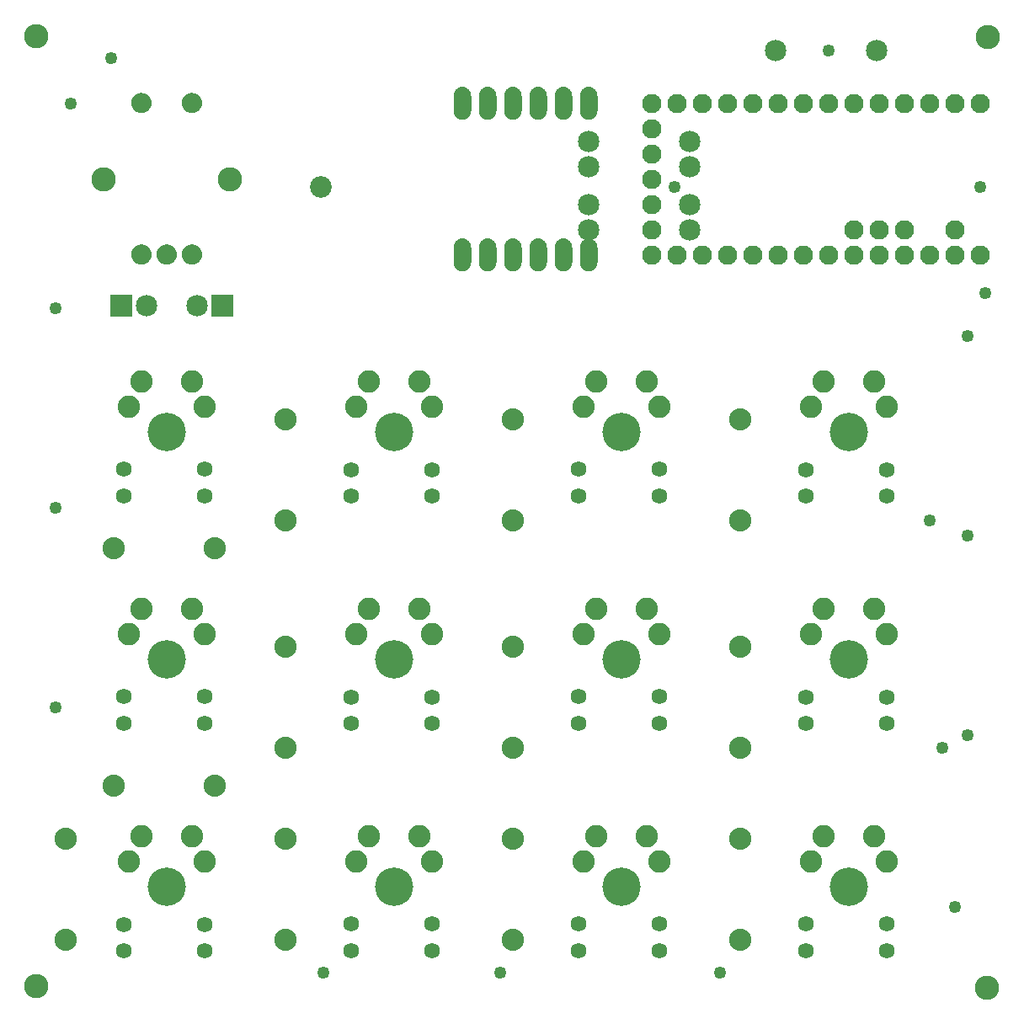
<source format=gbs>
G04 MADE WITH FRITZING*
G04 WWW.FRITZING.ORG*
G04 DOUBLE SIDED*
G04 HOLES PLATED*
G04 CONTOUR ON CENTER OF CONTOUR VECTOR*
%ASAXBY*%
%FSLAX23Y23*%
%MOIN*%
%OFA0B0*%
%SFA1.0B1.0*%
%ADD10C,0.049370*%
%ADD11C,0.076889*%
%ADD12C,0.085433*%
%ADD13C,0.085000*%
%ADD14C,0.096614*%
%ADD15C,0.151732*%
%ADD16C,0.088000*%
%ADD17C,0.062361*%
%ADD18C,0.088639*%
%ADD19C,0.068759*%
%ADD20R,0.085000X0.085000*%
%ADD21R,0.001000X0.001000*%
%LNMASK0*%
G90*
G70*
G54D10*
X2610Y3257D03*
G54D11*
X2520Y2987D03*
X2620Y2987D03*
X2720Y2987D03*
X2820Y2987D03*
X2920Y2987D03*
X3020Y2987D03*
X3120Y2987D03*
X3220Y2987D03*
X3320Y2987D03*
X3420Y2987D03*
X3520Y2987D03*
X3620Y2987D03*
X3720Y2987D03*
X3820Y2987D03*
X3720Y3087D03*
X3420Y3087D03*
X3520Y3087D03*
X2520Y3587D03*
X2620Y3587D03*
X2720Y3587D03*
X2820Y3587D03*
X2920Y3587D03*
X3020Y3587D03*
X3120Y3587D03*
X3220Y3587D03*
X3320Y3587D03*
X3420Y3587D03*
X3520Y3587D03*
X3620Y3587D03*
X3720Y3587D03*
X3820Y3587D03*
X3320Y3087D03*
X2520Y3387D03*
X2520Y3487D03*
X2520Y3287D03*
X2520Y3087D03*
X2520Y3187D03*
G54D10*
X3220Y3797D03*
X380Y3767D03*
X160Y2777D03*
G54D12*
X1210Y3257D03*
G54D13*
X3010Y3797D03*
X3410Y3797D03*
G54D14*
X3849Y3850D03*
X85Y3851D03*
X850Y3287D03*
X350Y3287D03*
G54D15*
X3300Y487D03*
X2400Y487D03*
X1500Y487D03*
X600Y487D03*
X3300Y1387D03*
X2400Y1387D03*
X1500Y1387D03*
X600Y1387D03*
X3300Y2287D03*
X2400Y2287D03*
X1500Y2287D03*
X600Y2287D03*
G54D14*
X85Y93D03*
X3847Y87D03*
G54D13*
X2270Y3087D03*
X2670Y3087D03*
X2270Y3437D03*
X2670Y3437D03*
X2270Y3337D03*
X2670Y3337D03*
X2270Y3187D03*
X2670Y3187D03*
G54D16*
X200Y677D03*
X200Y277D03*
X200Y677D03*
X200Y277D03*
X200Y677D03*
X200Y277D03*
X1070Y677D03*
X1070Y277D03*
X1070Y677D03*
X1070Y277D03*
X1070Y677D03*
X1070Y277D03*
X1970Y677D03*
X1970Y277D03*
X1970Y677D03*
X1970Y277D03*
X1970Y677D03*
X1970Y277D03*
X2870Y677D03*
X2870Y277D03*
X2870Y677D03*
X2870Y277D03*
X2870Y677D03*
X2870Y277D03*
X2870Y1437D03*
X2870Y1037D03*
X2870Y1437D03*
X2870Y1037D03*
X2870Y1437D03*
X2870Y1037D03*
X1970Y1437D03*
X1970Y1037D03*
X1970Y1437D03*
X1970Y1037D03*
X1970Y1437D03*
X1970Y1037D03*
X1070Y1437D03*
X1070Y1037D03*
X1070Y1437D03*
X1070Y1037D03*
X1070Y1437D03*
X1070Y1037D03*
X390Y887D03*
X790Y887D03*
X390Y887D03*
X790Y887D03*
X390Y887D03*
X790Y887D03*
X2870Y2337D03*
X2870Y1937D03*
X2870Y2337D03*
X2870Y1937D03*
X2870Y2337D03*
X2870Y1937D03*
X1970Y2337D03*
X1970Y1937D03*
X1970Y2337D03*
X1970Y1937D03*
X1970Y2337D03*
X1970Y1937D03*
X1070Y2337D03*
X1070Y1937D03*
X1070Y2337D03*
X1070Y1937D03*
X1070Y2337D03*
X1070Y1937D03*
X390Y1827D03*
X790Y1827D03*
X390Y1827D03*
X790Y1827D03*
X390Y1827D03*
X790Y1827D03*
G54D13*
X820Y2787D03*
X720Y2787D03*
X820Y2787D03*
X720Y2787D03*
X420Y2787D03*
X520Y2787D03*
X420Y2787D03*
X520Y2787D03*
G54D17*
X750Y1238D03*
X431Y1238D03*
X750Y1132D03*
X431Y1132D03*
G54D18*
X450Y1487D03*
X500Y1587D03*
X700Y1587D03*
X750Y1487D03*
G54D17*
X750Y337D03*
X431Y337D03*
X750Y231D03*
X431Y231D03*
G54D18*
X450Y586D03*
X500Y686D03*
X700Y686D03*
X750Y586D03*
G54D17*
X3450Y2137D03*
X3131Y2137D03*
X3450Y2031D03*
X3131Y2031D03*
G54D18*
X3150Y2386D03*
X3200Y2486D03*
X3400Y2486D03*
X3450Y2386D03*
G54D17*
X2550Y2138D03*
X2231Y2138D03*
X2550Y2032D03*
X2231Y2032D03*
G54D18*
X2250Y2387D03*
X2300Y2487D03*
X2500Y2487D03*
X2550Y2387D03*
G54D17*
X1650Y2137D03*
X1331Y2137D03*
X1650Y2031D03*
X1331Y2031D03*
G54D18*
X1350Y2386D03*
X1400Y2486D03*
X1600Y2486D03*
X1650Y2386D03*
G54D17*
X750Y2138D03*
X431Y2138D03*
X750Y2032D03*
X431Y2032D03*
G54D18*
X451Y2387D03*
X500Y2487D03*
X700Y2487D03*
X750Y2387D03*
G54D17*
X3450Y1237D03*
X3131Y1237D03*
X3450Y1131D03*
X3131Y1131D03*
G54D18*
X3150Y1486D03*
X3200Y1586D03*
X3400Y1586D03*
X3450Y1486D03*
G54D17*
X2550Y1238D03*
X2231Y1238D03*
X2550Y1132D03*
X2231Y1132D03*
G54D18*
X2250Y1487D03*
X2300Y1587D03*
X2500Y1587D03*
X2550Y1487D03*
G54D17*
X1650Y1237D03*
X1331Y1237D03*
X1650Y1131D03*
X1331Y1131D03*
G54D18*
X1350Y1486D03*
X1400Y1586D03*
X1600Y1586D03*
X1650Y1486D03*
G54D17*
X1650Y338D03*
X1331Y338D03*
X1650Y232D03*
X1331Y232D03*
G54D18*
X1351Y587D03*
X1401Y687D03*
X1600Y687D03*
X1650Y587D03*
G54D17*
X2550Y338D03*
X2231Y338D03*
X2550Y232D03*
X2231Y232D03*
G54D18*
X2251Y587D03*
X2300Y687D03*
X2500Y687D03*
X2550Y587D03*
G54D17*
X3450Y338D03*
X3131Y338D03*
X3450Y232D03*
X3131Y232D03*
G54D18*
X3150Y587D03*
X3200Y687D03*
X3400Y687D03*
X3450Y587D03*
G54D10*
X3670Y1037D03*
X3720Y407D03*
X3840Y2837D03*
X3820Y3257D03*
G54D19*
X1770Y3586D03*
X1870Y3586D03*
X1970Y3586D03*
X2070Y3586D03*
X2170Y3586D03*
X2270Y3587D03*
X1770Y2986D03*
X1870Y2986D03*
X1970Y2986D03*
X2070Y2986D03*
X2170Y2986D03*
X2270Y2987D03*
G54D10*
X3620Y1937D03*
X160Y1987D03*
X160Y1197D03*
X2790Y147D03*
X1920Y147D03*
X1220Y147D03*
X3770Y1087D03*
X3770Y1877D03*
X3770Y2667D03*
X220Y3587D03*
G54D20*
X820Y2787D03*
X820Y2787D03*
X420Y2787D03*
X420Y2787D03*
G54D21*
X1770Y3651D02*
X1771Y3651D01*
X1870Y3651D02*
X1871Y3651D01*
X1970Y3651D02*
X1971Y3651D01*
X2070Y3651D02*
X2071Y3651D01*
X2170Y3651D02*
X2171Y3651D01*
X2269Y3651D02*
X2271Y3651D01*
X1762Y3650D02*
X1778Y3650D01*
X1862Y3650D02*
X1878Y3650D01*
X1962Y3650D02*
X1978Y3650D01*
X2062Y3650D02*
X2078Y3650D01*
X2162Y3650D02*
X2178Y3650D01*
X2262Y3650D02*
X2278Y3650D01*
X1759Y3649D02*
X1781Y3649D01*
X1859Y3649D02*
X1881Y3649D01*
X1959Y3649D02*
X1981Y3649D01*
X2059Y3649D02*
X2081Y3649D01*
X2159Y3649D02*
X2181Y3649D01*
X2259Y3649D02*
X2281Y3649D01*
X1757Y3648D02*
X1784Y3648D01*
X1857Y3648D02*
X1884Y3648D01*
X1957Y3648D02*
X1984Y3648D01*
X2057Y3648D02*
X2084Y3648D01*
X2157Y3648D02*
X2184Y3648D01*
X2256Y3648D02*
X2284Y3648D01*
X1754Y3647D02*
X1786Y3647D01*
X1854Y3647D02*
X1886Y3647D01*
X1954Y3647D02*
X1986Y3647D01*
X2054Y3647D02*
X2086Y3647D01*
X2154Y3647D02*
X2186Y3647D01*
X2254Y3647D02*
X2286Y3647D01*
X1753Y3646D02*
X1787Y3646D01*
X1853Y3646D02*
X1887Y3646D01*
X1953Y3646D02*
X1987Y3646D01*
X2053Y3646D02*
X2087Y3646D01*
X2153Y3646D02*
X2187Y3646D01*
X2253Y3646D02*
X2287Y3646D01*
X1751Y3645D02*
X1789Y3645D01*
X1851Y3645D02*
X1889Y3645D01*
X1951Y3645D02*
X1989Y3645D01*
X2051Y3645D02*
X2089Y3645D01*
X2151Y3645D02*
X2189Y3645D01*
X2251Y3645D02*
X2289Y3645D01*
X1750Y3644D02*
X1791Y3644D01*
X1850Y3644D02*
X1891Y3644D01*
X1950Y3644D02*
X1990Y3644D01*
X2050Y3644D02*
X2091Y3644D01*
X2150Y3644D02*
X2191Y3644D01*
X2250Y3644D02*
X2290Y3644D01*
X1748Y3643D02*
X1792Y3643D01*
X1848Y3643D02*
X1892Y3643D01*
X1948Y3643D02*
X1992Y3643D01*
X2048Y3643D02*
X2092Y3643D01*
X2148Y3643D02*
X2192Y3643D01*
X2248Y3643D02*
X2292Y3643D01*
X1747Y3642D02*
X1793Y3642D01*
X1847Y3642D02*
X1893Y3642D01*
X1947Y3642D02*
X1993Y3642D01*
X2047Y3642D02*
X2093Y3642D01*
X2147Y3642D02*
X2193Y3642D01*
X2247Y3642D02*
X2293Y3642D01*
X1746Y3641D02*
X1794Y3641D01*
X1846Y3641D02*
X1894Y3641D01*
X1946Y3641D02*
X1994Y3641D01*
X2046Y3641D02*
X2094Y3641D01*
X2146Y3641D02*
X2194Y3641D01*
X2246Y3641D02*
X2294Y3641D01*
X1745Y3640D02*
X1795Y3640D01*
X1845Y3640D02*
X1895Y3640D01*
X1945Y3640D02*
X1995Y3640D01*
X2045Y3640D02*
X2095Y3640D01*
X2145Y3640D02*
X2195Y3640D01*
X2245Y3640D02*
X2295Y3640D01*
X1744Y3639D02*
X1796Y3639D01*
X1844Y3639D02*
X1896Y3639D01*
X1944Y3639D02*
X1996Y3639D01*
X2044Y3639D02*
X2096Y3639D01*
X2144Y3639D02*
X2196Y3639D01*
X2244Y3639D02*
X2296Y3639D01*
X1743Y3638D02*
X1797Y3638D01*
X1843Y3638D02*
X1897Y3638D01*
X1943Y3638D02*
X1997Y3638D01*
X2043Y3638D02*
X2097Y3638D01*
X2143Y3638D02*
X2197Y3638D01*
X2243Y3638D02*
X2297Y3638D01*
X1743Y3637D02*
X1797Y3637D01*
X1843Y3637D02*
X1897Y3637D01*
X1943Y3637D02*
X1997Y3637D01*
X2043Y3637D02*
X2097Y3637D01*
X2143Y3637D02*
X2197Y3637D01*
X2243Y3637D02*
X2297Y3637D01*
X1742Y3636D02*
X1798Y3636D01*
X1842Y3636D02*
X1898Y3636D01*
X1942Y3636D02*
X1998Y3636D01*
X2042Y3636D02*
X2098Y3636D01*
X2142Y3636D02*
X2198Y3636D01*
X2242Y3636D02*
X2298Y3636D01*
X1741Y3635D02*
X1799Y3635D01*
X1841Y3635D02*
X1899Y3635D01*
X1941Y3635D02*
X1999Y3635D01*
X2041Y3635D02*
X2099Y3635D01*
X2141Y3635D02*
X2199Y3635D01*
X2241Y3635D02*
X2299Y3635D01*
X1741Y3634D02*
X1799Y3634D01*
X1841Y3634D02*
X1899Y3634D01*
X1941Y3634D02*
X1999Y3634D01*
X2041Y3634D02*
X2099Y3634D01*
X2141Y3634D02*
X2199Y3634D01*
X2241Y3634D02*
X2299Y3634D01*
X1740Y3633D02*
X1800Y3633D01*
X1840Y3633D02*
X1900Y3633D01*
X1940Y3633D02*
X2000Y3633D01*
X2040Y3633D02*
X2100Y3633D01*
X2140Y3633D02*
X2200Y3633D01*
X2240Y3633D02*
X2300Y3633D01*
X1740Y3632D02*
X1801Y3632D01*
X1840Y3632D02*
X1901Y3632D01*
X1940Y3632D02*
X2001Y3632D01*
X2040Y3632D02*
X2101Y3632D01*
X2140Y3632D02*
X2201Y3632D01*
X2239Y3632D02*
X2301Y3632D01*
X1739Y3631D02*
X1801Y3631D01*
X1839Y3631D02*
X1901Y3631D01*
X1939Y3631D02*
X2001Y3631D01*
X2039Y3631D02*
X2101Y3631D01*
X2139Y3631D02*
X2201Y3631D01*
X2239Y3631D02*
X2301Y3631D01*
X1739Y3630D02*
X1802Y3630D01*
X1839Y3630D02*
X1902Y3630D01*
X1939Y3630D02*
X2002Y3630D01*
X2039Y3630D02*
X2102Y3630D01*
X2139Y3630D02*
X2202Y3630D01*
X2239Y3630D02*
X2302Y3630D01*
X1738Y3629D02*
X1802Y3629D01*
X1838Y3629D02*
X1902Y3629D01*
X1938Y3629D02*
X2002Y3629D01*
X2038Y3629D02*
X2102Y3629D01*
X2138Y3629D02*
X2202Y3629D01*
X2238Y3629D02*
X2302Y3629D01*
X1738Y3628D02*
X1802Y3628D01*
X1838Y3628D02*
X1902Y3628D01*
X1938Y3628D02*
X2002Y3628D01*
X2038Y3628D02*
X2102Y3628D01*
X2138Y3628D02*
X2202Y3628D01*
X2238Y3628D02*
X2302Y3628D01*
X495Y3627D02*
X504Y3627D01*
X695Y3627D02*
X704Y3627D01*
X1737Y3627D02*
X1803Y3627D01*
X1837Y3627D02*
X1903Y3627D01*
X1937Y3627D02*
X2003Y3627D01*
X2037Y3627D02*
X2103Y3627D01*
X2137Y3627D02*
X2203Y3627D01*
X2237Y3627D02*
X2303Y3627D01*
X490Y3626D02*
X509Y3626D01*
X690Y3626D02*
X709Y3626D01*
X1737Y3626D02*
X1803Y3626D01*
X1837Y3626D02*
X1903Y3626D01*
X1937Y3626D02*
X2003Y3626D01*
X2037Y3626D02*
X2103Y3626D01*
X2137Y3626D02*
X2203Y3626D01*
X2237Y3626D02*
X2303Y3626D01*
X486Y3625D02*
X513Y3625D01*
X686Y3625D02*
X713Y3625D01*
X1737Y3625D02*
X1803Y3625D01*
X1837Y3625D02*
X1903Y3625D01*
X1937Y3625D02*
X2003Y3625D01*
X2037Y3625D02*
X2103Y3625D01*
X2137Y3625D02*
X2203Y3625D01*
X2237Y3625D02*
X2303Y3625D01*
X484Y3624D02*
X515Y3624D01*
X684Y3624D02*
X715Y3624D01*
X1737Y3624D02*
X1804Y3624D01*
X1837Y3624D02*
X1904Y3624D01*
X1937Y3624D02*
X2004Y3624D01*
X2037Y3624D02*
X2104Y3624D01*
X2137Y3624D02*
X2204Y3624D01*
X2237Y3624D02*
X2304Y3624D01*
X482Y3623D02*
X517Y3623D01*
X682Y3623D02*
X717Y3623D01*
X1736Y3623D02*
X1804Y3623D01*
X1836Y3623D02*
X1904Y3623D01*
X1936Y3623D02*
X2004Y3623D01*
X2036Y3623D02*
X2104Y3623D01*
X2136Y3623D02*
X2204Y3623D01*
X2236Y3623D02*
X2304Y3623D01*
X480Y3622D02*
X519Y3622D01*
X680Y3622D02*
X719Y3622D01*
X1736Y3622D02*
X1804Y3622D01*
X1836Y3622D02*
X1904Y3622D01*
X1936Y3622D02*
X2004Y3622D01*
X2036Y3622D02*
X2104Y3622D01*
X2136Y3622D02*
X2204Y3622D01*
X2236Y3622D02*
X2304Y3622D01*
X478Y3621D02*
X521Y3621D01*
X678Y3621D02*
X721Y3621D01*
X1736Y3621D02*
X1804Y3621D01*
X1836Y3621D02*
X1904Y3621D01*
X1936Y3621D02*
X2004Y3621D01*
X2036Y3621D02*
X2104Y3621D01*
X2136Y3621D02*
X2204Y3621D01*
X2236Y3621D02*
X2304Y3621D01*
X477Y3620D02*
X522Y3620D01*
X677Y3620D02*
X722Y3620D01*
X1736Y3620D02*
X1804Y3620D01*
X1836Y3620D02*
X1904Y3620D01*
X1936Y3620D02*
X2004Y3620D01*
X2036Y3620D02*
X2104Y3620D01*
X2136Y3620D02*
X2204Y3620D01*
X2236Y3620D02*
X2304Y3620D01*
X476Y3619D02*
X524Y3619D01*
X676Y3619D02*
X724Y3619D01*
X1736Y3619D02*
X1804Y3619D01*
X1836Y3619D02*
X1904Y3619D01*
X1936Y3619D02*
X2004Y3619D01*
X2036Y3619D02*
X2104Y3619D01*
X2136Y3619D02*
X2204Y3619D01*
X2236Y3619D02*
X2304Y3619D01*
X474Y3618D02*
X525Y3618D01*
X674Y3618D02*
X725Y3618D01*
X1736Y3618D02*
X1804Y3618D01*
X1836Y3618D02*
X1904Y3618D01*
X1936Y3618D02*
X2004Y3618D01*
X2036Y3618D02*
X2104Y3618D01*
X2136Y3618D02*
X2204Y3618D01*
X2236Y3618D02*
X2304Y3618D01*
X473Y3617D02*
X526Y3617D01*
X673Y3617D02*
X726Y3617D01*
X1736Y3617D02*
X1804Y3617D01*
X1836Y3617D02*
X1904Y3617D01*
X1936Y3617D02*
X2004Y3617D01*
X2036Y3617D02*
X2104Y3617D01*
X2136Y3617D02*
X2204Y3617D01*
X2236Y3617D02*
X2304Y3617D01*
X472Y3616D02*
X527Y3616D01*
X672Y3616D02*
X727Y3616D01*
X1736Y3616D02*
X1805Y3616D01*
X1836Y3616D02*
X1905Y3616D01*
X1936Y3616D02*
X2005Y3616D01*
X2036Y3616D02*
X2105Y3616D01*
X2136Y3616D02*
X2205Y3616D01*
X2236Y3616D02*
X2305Y3616D01*
X471Y3615D02*
X528Y3615D01*
X671Y3615D02*
X728Y3615D01*
X1736Y3615D02*
X1805Y3615D01*
X1836Y3615D02*
X1905Y3615D01*
X1936Y3615D02*
X2005Y3615D01*
X2036Y3615D02*
X2105Y3615D01*
X2136Y3615D02*
X2205Y3615D01*
X2236Y3615D02*
X2305Y3615D01*
X470Y3614D02*
X529Y3614D01*
X670Y3614D02*
X729Y3614D01*
X1736Y3614D02*
X1805Y3614D01*
X1836Y3614D02*
X1905Y3614D01*
X1936Y3614D02*
X2005Y3614D01*
X2036Y3614D02*
X2105Y3614D01*
X2136Y3614D02*
X2205Y3614D01*
X2236Y3614D02*
X2305Y3614D01*
X469Y3613D02*
X530Y3613D01*
X669Y3613D02*
X730Y3613D01*
X1736Y3613D02*
X1805Y3613D01*
X1836Y3613D02*
X1905Y3613D01*
X1936Y3613D02*
X2005Y3613D01*
X2036Y3613D02*
X2105Y3613D01*
X2136Y3613D02*
X2205Y3613D01*
X2236Y3613D02*
X2305Y3613D01*
X469Y3612D02*
X531Y3612D01*
X669Y3612D02*
X731Y3612D01*
X1736Y3612D02*
X1805Y3612D01*
X1836Y3612D02*
X1905Y3612D01*
X1936Y3612D02*
X2005Y3612D01*
X2036Y3612D02*
X2105Y3612D01*
X2136Y3612D02*
X2205Y3612D01*
X2236Y3612D02*
X2305Y3612D01*
X468Y3611D02*
X531Y3611D01*
X668Y3611D02*
X731Y3611D01*
X1736Y3611D02*
X1805Y3611D01*
X1836Y3611D02*
X1905Y3611D01*
X1936Y3611D02*
X2005Y3611D01*
X2036Y3611D02*
X2105Y3611D01*
X2136Y3611D02*
X2205Y3611D01*
X2236Y3611D02*
X2305Y3611D01*
X467Y3610D02*
X532Y3610D01*
X667Y3610D02*
X732Y3610D01*
X1736Y3610D02*
X1805Y3610D01*
X1836Y3610D02*
X1905Y3610D01*
X1936Y3610D02*
X2005Y3610D01*
X2036Y3610D02*
X2105Y3610D01*
X2136Y3610D02*
X2205Y3610D01*
X2236Y3610D02*
X2305Y3610D01*
X467Y3609D02*
X533Y3609D01*
X667Y3609D02*
X733Y3609D01*
X1736Y3609D02*
X1805Y3609D01*
X1836Y3609D02*
X1905Y3609D01*
X1936Y3609D02*
X2005Y3609D01*
X2036Y3609D02*
X2105Y3609D01*
X2136Y3609D02*
X2205Y3609D01*
X2236Y3609D02*
X2305Y3609D01*
X466Y3608D02*
X533Y3608D01*
X666Y3608D02*
X733Y3608D01*
X1736Y3608D02*
X1805Y3608D01*
X1836Y3608D02*
X1905Y3608D01*
X1936Y3608D02*
X2005Y3608D01*
X2036Y3608D02*
X2105Y3608D01*
X2136Y3608D02*
X2205Y3608D01*
X2236Y3608D02*
X2305Y3608D01*
X465Y3607D02*
X534Y3607D01*
X665Y3607D02*
X734Y3607D01*
X1736Y3607D02*
X1805Y3607D01*
X1836Y3607D02*
X1905Y3607D01*
X1936Y3607D02*
X2005Y3607D01*
X2036Y3607D02*
X2105Y3607D01*
X2136Y3607D02*
X2205Y3607D01*
X2236Y3607D02*
X2305Y3607D01*
X465Y3606D02*
X535Y3606D01*
X665Y3606D02*
X735Y3606D01*
X1736Y3606D02*
X1805Y3606D01*
X1836Y3606D02*
X1905Y3606D01*
X1936Y3606D02*
X2005Y3606D01*
X2036Y3606D02*
X2105Y3606D01*
X2136Y3606D02*
X2205Y3606D01*
X2236Y3606D02*
X2305Y3606D01*
X464Y3605D02*
X535Y3605D01*
X664Y3605D02*
X735Y3605D01*
X1736Y3605D02*
X1805Y3605D01*
X1836Y3605D02*
X1905Y3605D01*
X1936Y3605D02*
X2005Y3605D01*
X2036Y3605D02*
X2105Y3605D01*
X2136Y3605D02*
X2205Y3605D01*
X2236Y3605D02*
X2305Y3605D01*
X464Y3604D02*
X536Y3604D01*
X664Y3604D02*
X736Y3604D01*
X1736Y3604D02*
X1805Y3604D01*
X1836Y3604D02*
X1905Y3604D01*
X1936Y3604D02*
X2005Y3604D01*
X2036Y3604D02*
X2105Y3604D01*
X2136Y3604D02*
X2205Y3604D01*
X2236Y3604D02*
X2305Y3604D01*
X463Y3603D02*
X536Y3603D01*
X663Y3603D02*
X736Y3603D01*
X1736Y3603D02*
X1805Y3603D01*
X1836Y3603D02*
X1905Y3603D01*
X1936Y3603D02*
X2005Y3603D01*
X2036Y3603D02*
X2105Y3603D01*
X2136Y3603D02*
X2205Y3603D01*
X2236Y3603D02*
X2305Y3603D01*
X463Y3602D02*
X536Y3602D01*
X663Y3602D02*
X736Y3602D01*
X1736Y3602D02*
X1805Y3602D01*
X1836Y3602D02*
X1905Y3602D01*
X1936Y3602D02*
X2005Y3602D01*
X2036Y3602D02*
X2105Y3602D01*
X2136Y3602D02*
X2205Y3602D01*
X2236Y3602D02*
X2305Y3602D01*
X463Y3601D02*
X537Y3601D01*
X663Y3601D02*
X737Y3601D01*
X1736Y3601D02*
X1769Y3601D01*
X1771Y3601D02*
X1805Y3601D01*
X1836Y3601D02*
X1869Y3601D01*
X1871Y3601D02*
X1905Y3601D01*
X1936Y3601D02*
X1969Y3601D01*
X1971Y3601D02*
X2005Y3601D01*
X2036Y3601D02*
X2069Y3601D01*
X2071Y3601D02*
X2105Y3601D01*
X2136Y3601D02*
X2169Y3601D01*
X2171Y3601D02*
X2205Y3601D01*
X2236Y3601D02*
X2269Y3601D01*
X2271Y3601D02*
X2305Y3601D01*
X462Y3600D02*
X537Y3600D01*
X662Y3600D02*
X737Y3600D01*
X1736Y3600D02*
X1764Y3600D01*
X1776Y3600D02*
X1805Y3600D01*
X1836Y3600D02*
X1864Y3600D01*
X1876Y3600D02*
X1905Y3600D01*
X1936Y3600D02*
X1964Y3600D01*
X1976Y3600D02*
X2005Y3600D01*
X2036Y3600D02*
X2064Y3600D01*
X2076Y3600D02*
X2105Y3600D01*
X2136Y3600D02*
X2164Y3600D01*
X2176Y3600D02*
X2205Y3600D01*
X2236Y3600D02*
X2264Y3600D01*
X2276Y3600D02*
X2305Y3600D01*
X462Y3599D02*
X537Y3599D01*
X662Y3599D02*
X737Y3599D01*
X1736Y3599D02*
X1762Y3599D01*
X1778Y3599D02*
X1805Y3599D01*
X1836Y3599D02*
X1862Y3599D01*
X1878Y3599D02*
X1905Y3599D01*
X1936Y3599D02*
X1962Y3599D01*
X1978Y3599D02*
X2005Y3599D01*
X2036Y3599D02*
X2062Y3599D01*
X2078Y3599D02*
X2105Y3599D01*
X2136Y3599D02*
X2162Y3599D01*
X2178Y3599D02*
X2205Y3599D01*
X2236Y3599D02*
X2262Y3599D01*
X2278Y3599D02*
X2305Y3599D01*
X462Y3598D02*
X538Y3598D01*
X662Y3598D02*
X738Y3598D01*
X1736Y3598D02*
X1761Y3598D01*
X1780Y3598D02*
X1805Y3598D01*
X1836Y3598D02*
X1861Y3598D01*
X1880Y3598D02*
X1905Y3598D01*
X1936Y3598D02*
X1961Y3598D01*
X1980Y3598D02*
X2005Y3598D01*
X2036Y3598D02*
X2061Y3598D01*
X2080Y3598D02*
X2105Y3598D01*
X2136Y3598D02*
X2161Y3598D01*
X2180Y3598D02*
X2205Y3598D01*
X2236Y3598D02*
X2260Y3598D01*
X2280Y3598D02*
X2305Y3598D01*
X461Y3597D02*
X538Y3597D01*
X661Y3597D02*
X738Y3597D01*
X1736Y3597D02*
X1759Y3597D01*
X1781Y3597D02*
X1805Y3597D01*
X1836Y3597D02*
X1859Y3597D01*
X1881Y3597D02*
X1905Y3597D01*
X1936Y3597D02*
X1959Y3597D01*
X1981Y3597D02*
X2005Y3597D01*
X2036Y3597D02*
X2059Y3597D01*
X2081Y3597D02*
X2105Y3597D01*
X2136Y3597D02*
X2159Y3597D01*
X2181Y3597D02*
X2205Y3597D01*
X2236Y3597D02*
X2259Y3597D01*
X2281Y3597D02*
X2305Y3597D01*
X461Y3596D02*
X538Y3596D01*
X661Y3596D02*
X738Y3596D01*
X1736Y3596D02*
X1758Y3596D01*
X1782Y3596D02*
X1805Y3596D01*
X1836Y3596D02*
X1858Y3596D01*
X1882Y3596D02*
X1905Y3596D01*
X1936Y3596D02*
X1958Y3596D01*
X1982Y3596D02*
X2005Y3596D01*
X2036Y3596D02*
X2058Y3596D01*
X2082Y3596D02*
X2105Y3596D01*
X2136Y3596D02*
X2158Y3596D01*
X2182Y3596D02*
X2205Y3596D01*
X2236Y3596D02*
X2258Y3596D01*
X2282Y3596D02*
X2305Y3596D01*
X461Y3595D02*
X538Y3595D01*
X661Y3595D02*
X738Y3595D01*
X1736Y3595D02*
X1758Y3595D01*
X1783Y3595D02*
X1805Y3595D01*
X1836Y3595D02*
X1858Y3595D01*
X1883Y3595D02*
X1905Y3595D01*
X1936Y3595D02*
X1958Y3595D01*
X1983Y3595D02*
X2005Y3595D01*
X2036Y3595D02*
X2058Y3595D01*
X2083Y3595D02*
X2105Y3595D01*
X2136Y3595D02*
X2158Y3595D01*
X2183Y3595D02*
X2205Y3595D01*
X2236Y3595D02*
X2258Y3595D01*
X2283Y3595D02*
X2305Y3595D01*
X461Y3594D02*
X538Y3594D01*
X661Y3594D02*
X738Y3594D01*
X1736Y3594D02*
X1757Y3594D01*
X1783Y3594D02*
X1805Y3594D01*
X1836Y3594D02*
X1857Y3594D01*
X1883Y3594D02*
X1905Y3594D01*
X1936Y3594D02*
X1957Y3594D01*
X1983Y3594D02*
X2005Y3594D01*
X2036Y3594D02*
X2057Y3594D01*
X2083Y3594D02*
X2105Y3594D01*
X2136Y3594D02*
X2157Y3594D01*
X2183Y3594D02*
X2205Y3594D01*
X2236Y3594D02*
X2257Y3594D01*
X2283Y3594D02*
X2305Y3594D01*
X461Y3593D02*
X539Y3593D01*
X661Y3593D02*
X739Y3593D01*
X1736Y3593D02*
X1756Y3593D01*
X1784Y3593D02*
X1805Y3593D01*
X1836Y3593D02*
X1856Y3593D01*
X1884Y3593D02*
X1905Y3593D01*
X1936Y3593D02*
X1956Y3593D01*
X1984Y3593D02*
X2005Y3593D01*
X2036Y3593D02*
X2056Y3593D01*
X2084Y3593D02*
X2105Y3593D01*
X2136Y3593D02*
X2156Y3593D01*
X2184Y3593D02*
X2205Y3593D01*
X2236Y3593D02*
X2256Y3593D01*
X2284Y3593D02*
X2305Y3593D01*
X460Y3592D02*
X539Y3592D01*
X660Y3592D02*
X739Y3592D01*
X1736Y3592D02*
X1756Y3592D01*
X1784Y3592D02*
X1805Y3592D01*
X1836Y3592D02*
X1856Y3592D01*
X1884Y3592D02*
X1905Y3592D01*
X1936Y3592D02*
X1956Y3592D01*
X1984Y3592D02*
X2005Y3592D01*
X2036Y3592D02*
X2056Y3592D01*
X2084Y3592D02*
X2105Y3592D01*
X2136Y3592D02*
X2156Y3592D01*
X2184Y3592D02*
X2205Y3592D01*
X2236Y3592D02*
X2256Y3592D01*
X2284Y3592D02*
X2305Y3592D01*
X460Y3591D02*
X539Y3591D01*
X660Y3591D02*
X739Y3591D01*
X1736Y3591D02*
X1755Y3591D01*
X1785Y3591D02*
X1805Y3591D01*
X1836Y3591D02*
X1855Y3591D01*
X1885Y3591D02*
X1905Y3591D01*
X1936Y3591D02*
X1955Y3591D01*
X1985Y3591D02*
X2005Y3591D01*
X2036Y3591D02*
X2055Y3591D01*
X2085Y3591D02*
X2105Y3591D01*
X2136Y3591D02*
X2155Y3591D01*
X2185Y3591D02*
X2205Y3591D01*
X2236Y3591D02*
X2255Y3591D01*
X2285Y3591D02*
X2305Y3591D01*
X460Y3590D02*
X539Y3590D01*
X660Y3590D02*
X739Y3590D01*
X1736Y3590D02*
X1755Y3590D01*
X1785Y3590D02*
X1805Y3590D01*
X1836Y3590D02*
X1855Y3590D01*
X1885Y3590D02*
X1905Y3590D01*
X1936Y3590D02*
X1955Y3590D01*
X1985Y3590D02*
X2005Y3590D01*
X2036Y3590D02*
X2055Y3590D01*
X2085Y3590D02*
X2105Y3590D01*
X2136Y3590D02*
X2155Y3590D01*
X2185Y3590D02*
X2205Y3590D01*
X2236Y3590D02*
X2255Y3590D01*
X2285Y3590D02*
X2305Y3590D01*
X460Y3589D02*
X539Y3589D01*
X660Y3589D02*
X739Y3589D01*
X1736Y3589D02*
X1755Y3589D01*
X1785Y3589D02*
X1805Y3589D01*
X1836Y3589D02*
X1855Y3589D01*
X1885Y3589D02*
X1905Y3589D01*
X1936Y3589D02*
X1955Y3589D01*
X1985Y3589D02*
X2005Y3589D01*
X2036Y3589D02*
X2055Y3589D01*
X2085Y3589D02*
X2105Y3589D01*
X2136Y3589D02*
X2155Y3589D01*
X2185Y3589D02*
X2205Y3589D01*
X2236Y3589D02*
X2255Y3589D01*
X2285Y3589D02*
X2305Y3589D01*
X460Y3588D02*
X539Y3588D01*
X660Y3588D02*
X739Y3588D01*
X1736Y3588D02*
X1755Y3588D01*
X1785Y3588D02*
X1805Y3588D01*
X1836Y3588D02*
X1855Y3588D01*
X1885Y3588D02*
X1905Y3588D01*
X1936Y3588D02*
X1955Y3588D01*
X1985Y3588D02*
X2005Y3588D01*
X2036Y3588D02*
X2055Y3588D01*
X2085Y3588D02*
X2105Y3588D01*
X2136Y3588D02*
X2155Y3588D01*
X2185Y3588D02*
X2205Y3588D01*
X2236Y3588D02*
X2255Y3588D01*
X2285Y3588D02*
X2305Y3588D01*
X460Y3587D02*
X539Y3587D01*
X660Y3587D02*
X739Y3587D01*
X1736Y3587D02*
X1755Y3587D01*
X1785Y3587D02*
X1805Y3587D01*
X1836Y3587D02*
X1855Y3587D01*
X1885Y3587D02*
X1905Y3587D01*
X1936Y3587D02*
X1955Y3587D01*
X1985Y3587D02*
X2005Y3587D01*
X2036Y3587D02*
X2055Y3587D01*
X2085Y3587D02*
X2105Y3587D01*
X2136Y3587D02*
X2155Y3587D01*
X2185Y3587D02*
X2205Y3587D01*
X2236Y3587D02*
X2255Y3587D01*
X2285Y3587D02*
X2305Y3587D01*
X460Y3586D02*
X539Y3586D01*
X660Y3586D02*
X739Y3586D01*
X1736Y3586D02*
X1755Y3586D01*
X1786Y3586D02*
X1805Y3586D01*
X1836Y3586D02*
X1855Y3586D01*
X1886Y3586D02*
X1905Y3586D01*
X1936Y3586D02*
X1955Y3586D01*
X1986Y3586D02*
X2005Y3586D01*
X2036Y3586D02*
X2055Y3586D01*
X2086Y3586D02*
X2105Y3586D01*
X2136Y3586D02*
X2155Y3586D01*
X2186Y3586D02*
X2205Y3586D01*
X2236Y3586D02*
X2255Y3586D01*
X2286Y3586D02*
X2305Y3586D01*
X460Y3585D02*
X539Y3585D01*
X660Y3585D02*
X739Y3585D01*
X1736Y3585D02*
X1755Y3585D01*
X1785Y3585D02*
X1805Y3585D01*
X1836Y3585D02*
X1855Y3585D01*
X1885Y3585D02*
X1905Y3585D01*
X1936Y3585D02*
X1955Y3585D01*
X1985Y3585D02*
X2005Y3585D01*
X2036Y3585D02*
X2055Y3585D01*
X2085Y3585D02*
X2105Y3585D01*
X2136Y3585D02*
X2155Y3585D01*
X2185Y3585D02*
X2205Y3585D01*
X2236Y3585D02*
X2255Y3585D01*
X2285Y3585D02*
X2305Y3585D01*
X460Y3584D02*
X539Y3584D01*
X660Y3584D02*
X739Y3584D01*
X1736Y3584D02*
X1755Y3584D01*
X1785Y3584D02*
X1805Y3584D01*
X1836Y3584D02*
X1855Y3584D01*
X1885Y3584D02*
X1905Y3584D01*
X1936Y3584D02*
X1955Y3584D01*
X1985Y3584D02*
X2005Y3584D01*
X2036Y3584D02*
X2055Y3584D01*
X2085Y3584D02*
X2105Y3584D01*
X2136Y3584D02*
X2155Y3584D01*
X2185Y3584D02*
X2205Y3584D01*
X2236Y3584D02*
X2255Y3584D01*
X2285Y3584D02*
X2305Y3584D01*
X460Y3583D02*
X539Y3583D01*
X660Y3583D02*
X739Y3583D01*
X1736Y3583D02*
X1755Y3583D01*
X1785Y3583D02*
X1805Y3583D01*
X1836Y3583D02*
X1855Y3583D01*
X1885Y3583D02*
X1905Y3583D01*
X1936Y3583D02*
X1955Y3583D01*
X1985Y3583D02*
X2005Y3583D01*
X2036Y3583D02*
X2055Y3583D01*
X2085Y3583D02*
X2105Y3583D01*
X2136Y3583D02*
X2155Y3583D01*
X2185Y3583D02*
X2205Y3583D01*
X2236Y3583D02*
X2255Y3583D01*
X2285Y3583D02*
X2305Y3583D01*
X461Y3582D02*
X539Y3582D01*
X661Y3582D02*
X739Y3582D01*
X1736Y3582D02*
X1755Y3582D01*
X1785Y3582D02*
X1805Y3582D01*
X1836Y3582D02*
X1855Y3582D01*
X1885Y3582D02*
X1905Y3582D01*
X1936Y3582D02*
X1955Y3582D01*
X1985Y3582D02*
X2005Y3582D01*
X2036Y3582D02*
X2055Y3582D01*
X2085Y3582D02*
X2105Y3582D01*
X2136Y3582D02*
X2155Y3582D01*
X2185Y3582D02*
X2205Y3582D01*
X2236Y3582D02*
X2255Y3582D01*
X2285Y3582D02*
X2305Y3582D01*
X461Y3581D02*
X538Y3581D01*
X661Y3581D02*
X738Y3581D01*
X1736Y3581D02*
X1755Y3581D01*
X1785Y3581D02*
X1805Y3581D01*
X1836Y3581D02*
X1855Y3581D01*
X1885Y3581D02*
X1905Y3581D01*
X1936Y3581D02*
X1955Y3581D01*
X1985Y3581D02*
X2005Y3581D01*
X2036Y3581D02*
X2055Y3581D01*
X2085Y3581D02*
X2105Y3581D01*
X2136Y3581D02*
X2155Y3581D01*
X2185Y3581D02*
X2205Y3581D01*
X2236Y3581D02*
X2255Y3581D01*
X2285Y3581D02*
X2305Y3581D01*
X461Y3580D02*
X538Y3580D01*
X661Y3580D02*
X738Y3580D01*
X1736Y3580D02*
X1756Y3580D01*
X1784Y3580D02*
X1805Y3580D01*
X1836Y3580D02*
X1856Y3580D01*
X1884Y3580D02*
X1905Y3580D01*
X1936Y3580D02*
X1956Y3580D01*
X1984Y3580D02*
X2005Y3580D01*
X2036Y3580D02*
X2056Y3580D01*
X2084Y3580D02*
X2105Y3580D01*
X2136Y3580D02*
X2156Y3580D01*
X2184Y3580D02*
X2205Y3580D01*
X2236Y3580D02*
X2256Y3580D01*
X2284Y3580D02*
X2305Y3580D01*
X461Y3579D02*
X538Y3579D01*
X661Y3579D02*
X738Y3579D01*
X1736Y3579D02*
X1756Y3579D01*
X1784Y3579D02*
X1805Y3579D01*
X1836Y3579D02*
X1856Y3579D01*
X1884Y3579D02*
X1905Y3579D01*
X1936Y3579D02*
X1956Y3579D01*
X1984Y3579D02*
X2005Y3579D01*
X2036Y3579D02*
X2056Y3579D01*
X2084Y3579D02*
X2105Y3579D01*
X2136Y3579D02*
X2156Y3579D01*
X2184Y3579D02*
X2205Y3579D01*
X2236Y3579D02*
X2256Y3579D01*
X2284Y3579D02*
X2305Y3579D01*
X461Y3578D02*
X538Y3578D01*
X661Y3578D02*
X738Y3578D01*
X1736Y3578D02*
X1757Y3578D01*
X1783Y3578D02*
X1805Y3578D01*
X1836Y3578D02*
X1857Y3578D01*
X1883Y3578D02*
X1905Y3578D01*
X1936Y3578D02*
X1957Y3578D01*
X1983Y3578D02*
X2005Y3578D01*
X2036Y3578D02*
X2057Y3578D01*
X2083Y3578D02*
X2105Y3578D01*
X2136Y3578D02*
X2157Y3578D01*
X2183Y3578D02*
X2205Y3578D01*
X2236Y3578D02*
X2257Y3578D01*
X2283Y3578D02*
X2305Y3578D01*
X462Y3577D02*
X538Y3577D01*
X662Y3577D02*
X738Y3577D01*
X1736Y3577D02*
X1758Y3577D01*
X1782Y3577D02*
X1805Y3577D01*
X1836Y3577D02*
X1858Y3577D01*
X1882Y3577D02*
X1905Y3577D01*
X1936Y3577D02*
X1958Y3577D01*
X1982Y3577D02*
X2005Y3577D01*
X2036Y3577D02*
X2058Y3577D01*
X2082Y3577D02*
X2105Y3577D01*
X2136Y3577D02*
X2158Y3577D01*
X2182Y3577D02*
X2205Y3577D01*
X2236Y3577D02*
X2258Y3577D01*
X2282Y3577D02*
X2305Y3577D01*
X462Y3576D02*
X537Y3576D01*
X662Y3576D02*
X737Y3576D01*
X1736Y3576D02*
X1758Y3576D01*
X1782Y3576D02*
X1805Y3576D01*
X1836Y3576D02*
X1858Y3576D01*
X1882Y3576D02*
X1905Y3576D01*
X1936Y3576D02*
X1958Y3576D01*
X1982Y3576D02*
X2005Y3576D01*
X2036Y3576D02*
X2058Y3576D01*
X2082Y3576D02*
X2105Y3576D01*
X2136Y3576D02*
X2158Y3576D01*
X2182Y3576D02*
X2205Y3576D01*
X2236Y3576D02*
X2258Y3576D01*
X2282Y3576D02*
X2305Y3576D01*
X462Y3575D02*
X537Y3575D01*
X662Y3575D02*
X737Y3575D01*
X1736Y3575D02*
X1759Y3575D01*
X1781Y3575D02*
X1805Y3575D01*
X1836Y3575D02*
X1859Y3575D01*
X1881Y3575D02*
X1905Y3575D01*
X1936Y3575D02*
X1959Y3575D01*
X1981Y3575D02*
X2005Y3575D01*
X2036Y3575D02*
X2059Y3575D01*
X2081Y3575D02*
X2105Y3575D01*
X2136Y3575D02*
X2159Y3575D01*
X2181Y3575D02*
X2205Y3575D01*
X2236Y3575D02*
X2259Y3575D01*
X2281Y3575D02*
X2305Y3575D01*
X463Y3574D02*
X537Y3574D01*
X663Y3574D02*
X737Y3574D01*
X1736Y3574D02*
X1761Y3574D01*
X1779Y3574D02*
X1805Y3574D01*
X1836Y3574D02*
X1861Y3574D01*
X1879Y3574D02*
X1905Y3574D01*
X1936Y3574D02*
X1961Y3574D01*
X1979Y3574D02*
X2005Y3574D01*
X2036Y3574D02*
X2061Y3574D01*
X2079Y3574D02*
X2105Y3574D01*
X2136Y3574D02*
X2161Y3574D01*
X2179Y3574D02*
X2205Y3574D01*
X2236Y3574D02*
X2261Y3574D01*
X2279Y3574D02*
X2305Y3574D01*
X463Y3573D02*
X536Y3573D01*
X663Y3573D02*
X736Y3573D01*
X1736Y3573D02*
X1762Y3573D01*
X1778Y3573D02*
X1805Y3573D01*
X1836Y3573D02*
X1862Y3573D01*
X1878Y3573D02*
X1905Y3573D01*
X1936Y3573D02*
X1962Y3573D01*
X1978Y3573D02*
X2005Y3573D01*
X2036Y3573D02*
X2062Y3573D01*
X2078Y3573D02*
X2105Y3573D01*
X2136Y3573D02*
X2162Y3573D01*
X2178Y3573D02*
X2205Y3573D01*
X2236Y3573D02*
X2262Y3573D01*
X2278Y3573D02*
X2305Y3573D01*
X463Y3572D02*
X536Y3572D01*
X663Y3572D02*
X736Y3572D01*
X1736Y3572D02*
X1764Y3572D01*
X1776Y3572D02*
X1805Y3572D01*
X1836Y3572D02*
X1864Y3572D01*
X1876Y3572D02*
X1905Y3572D01*
X1936Y3572D02*
X1964Y3572D01*
X1976Y3572D02*
X2005Y3572D01*
X2036Y3572D02*
X2064Y3572D01*
X2076Y3572D02*
X2105Y3572D01*
X2136Y3572D02*
X2164Y3572D01*
X2176Y3572D02*
X2205Y3572D01*
X2236Y3572D02*
X2264Y3572D01*
X2276Y3572D02*
X2305Y3572D01*
X464Y3571D02*
X536Y3571D01*
X664Y3571D02*
X736Y3571D01*
X1736Y3571D02*
X1805Y3571D01*
X1836Y3571D02*
X1905Y3571D01*
X1936Y3571D02*
X2005Y3571D01*
X2036Y3571D02*
X2105Y3571D01*
X2136Y3571D02*
X2205Y3571D01*
X2236Y3571D02*
X2305Y3571D01*
X464Y3570D02*
X535Y3570D01*
X664Y3570D02*
X735Y3570D01*
X1736Y3570D02*
X1805Y3570D01*
X1836Y3570D02*
X1905Y3570D01*
X1936Y3570D02*
X2005Y3570D01*
X2036Y3570D02*
X2105Y3570D01*
X2136Y3570D02*
X2205Y3570D01*
X2236Y3570D02*
X2305Y3570D01*
X465Y3569D02*
X535Y3569D01*
X665Y3569D02*
X735Y3569D01*
X1736Y3569D02*
X1805Y3569D01*
X1836Y3569D02*
X1905Y3569D01*
X1936Y3569D02*
X2005Y3569D01*
X2036Y3569D02*
X2105Y3569D01*
X2136Y3569D02*
X2205Y3569D01*
X2236Y3569D02*
X2305Y3569D01*
X465Y3568D02*
X534Y3568D01*
X665Y3568D02*
X734Y3568D01*
X1736Y3568D02*
X1805Y3568D01*
X1836Y3568D02*
X1905Y3568D01*
X1936Y3568D02*
X2005Y3568D01*
X2036Y3568D02*
X2105Y3568D01*
X2136Y3568D02*
X2205Y3568D01*
X2236Y3568D02*
X2305Y3568D01*
X466Y3567D02*
X533Y3567D01*
X666Y3567D02*
X733Y3567D01*
X1736Y3567D02*
X1805Y3567D01*
X1836Y3567D02*
X1905Y3567D01*
X1936Y3567D02*
X2005Y3567D01*
X2036Y3567D02*
X2105Y3567D01*
X2136Y3567D02*
X2205Y3567D01*
X2236Y3567D02*
X2305Y3567D01*
X466Y3566D02*
X533Y3566D01*
X666Y3566D02*
X733Y3566D01*
X1736Y3566D02*
X1805Y3566D01*
X1836Y3566D02*
X1905Y3566D01*
X1936Y3566D02*
X2005Y3566D01*
X2036Y3566D02*
X2105Y3566D01*
X2136Y3566D02*
X2205Y3566D01*
X2236Y3566D02*
X2305Y3566D01*
X467Y3565D02*
X532Y3565D01*
X667Y3565D02*
X732Y3565D01*
X1736Y3565D02*
X1805Y3565D01*
X1836Y3565D02*
X1905Y3565D01*
X1936Y3565D02*
X2005Y3565D01*
X2036Y3565D02*
X2105Y3565D01*
X2136Y3565D02*
X2205Y3565D01*
X2236Y3565D02*
X2305Y3565D01*
X468Y3564D02*
X531Y3564D01*
X668Y3564D02*
X731Y3564D01*
X1736Y3564D02*
X1805Y3564D01*
X1836Y3564D02*
X1905Y3564D01*
X1936Y3564D02*
X2005Y3564D01*
X2036Y3564D02*
X2105Y3564D01*
X2136Y3564D02*
X2205Y3564D01*
X2236Y3564D02*
X2305Y3564D01*
X469Y3563D02*
X531Y3563D01*
X669Y3563D02*
X731Y3563D01*
X1736Y3563D02*
X1805Y3563D01*
X1836Y3563D02*
X1905Y3563D01*
X1936Y3563D02*
X2005Y3563D01*
X2036Y3563D02*
X2105Y3563D01*
X2136Y3563D02*
X2205Y3563D01*
X2236Y3563D02*
X2305Y3563D01*
X469Y3562D02*
X530Y3562D01*
X669Y3562D02*
X730Y3562D01*
X1736Y3562D02*
X1805Y3562D01*
X1836Y3562D02*
X1905Y3562D01*
X1936Y3562D02*
X2005Y3562D01*
X2036Y3562D02*
X2105Y3562D01*
X2136Y3562D02*
X2205Y3562D01*
X2236Y3562D02*
X2305Y3562D01*
X470Y3561D02*
X529Y3561D01*
X670Y3561D02*
X729Y3561D01*
X1736Y3561D02*
X1805Y3561D01*
X1836Y3561D02*
X1905Y3561D01*
X1936Y3561D02*
X2005Y3561D01*
X2036Y3561D02*
X2105Y3561D01*
X2136Y3561D02*
X2205Y3561D01*
X2236Y3561D02*
X2305Y3561D01*
X471Y3560D02*
X528Y3560D01*
X671Y3560D02*
X728Y3560D01*
X1736Y3560D02*
X1805Y3560D01*
X1836Y3560D02*
X1905Y3560D01*
X1936Y3560D02*
X2005Y3560D01*
X2036Y3560D02*
X2105Y3560D01*
X2136Y3560D02*
X2205Y3560D01*
X2236Y3560D02*
X2305Y3560D01*
X472Y3559D02*
X527Y3559D01*
X672Y3559D02*
X727Y3559D01*
X1736Y3559D02*
X1805Y3559D01*
X1836Y3559D02*
X1905Y3559D01*
X1936Y3559D02*
X2005Y3559D01*
X2036Y3559D02*
X2105Y3559D01*
X2136Y3559D02*
X2205Y3559D01*
X2236Y3559D02*
X2305Y3559D01*
X473Y3558D02*
X526Y3558D01*
X673Y3558D02*
X726Y3558D01*
X1736Y3558D02*
X1805Y3558D01*
X1836Y3558D02*
X1905Y3558D01*
X1936Y3558D02*
X2005Y3558D01*
X2036Y3558D02*
X2105Y3558D01*
X2136Y3558D02*
X2205Y3558D01*
X2236Y3558D02*
X2305Y3558D01*
X474Y3557D02*
X525Y3557D01*
X674Y3557D02*
X725Y3557D01*
X1736Y3557D02*
X1805Y3557D01*
X1836Y3557D02*
X1905Y3557D01*
X1936Y3557D02*
X2005Y3557D01*
X2036Y3557D02*
X2105Y3557D01*
X2136Y3557D02*
X2205Y3557D01*
X2236Y3557D02*
X2305Y3557D01*
X476Y3556D02*
X524Y3556D01*
X676Y3556D02*
X724Y3556D01*
X1736Y3556D02*
X1805Y3556D01*
X1836Y3556D02*
X1905Y3556D01*
X1936Y3556D02*
X2005Y3556D01*
X2036Y3556D02*
X2105Y3556D01*
X2136Y3556D02*
X2205Y3556D01*
X2236Y3556D02*
X2305Y3556D01*
X477Y3555D02*
X522Y3555D01*
X677Y3555D02*
X722Y3555D01*
X1736Y3555D02*
X1804Y3555D01*
X1836Y3555D02*
X1904Y3555D01*
X1936Y3555D02*
X2004Y3555D01*
X2036Y3555D02*
X2104Y3555D01*
X2136Y3555D02*
X2204Y3555D01*
X2236Y3555D02*
X2304Y3555D01*
X478Y3554D02*
X521Y3554D01*
X678Y3554D02*
X721Y3554D01*
X1736Y3554D02*
X1804Y3554D01*
X1836Y3554D02*
X1904Y3554D01*
X1936Y3554D02*
X2004Y3554D01*
X2036Y3554D02*
X2104Y3554D01*
X2136Y3554D02*
X2204Y3554D01*
X2236Y3554D02*
X2304Y3554D01*
X480Y3553D02*
X519Y3553D01*
X680Y3553D02*
X719Y3553D01*
X1736Y3553D02*
X1804Y3553D01*
X1836Y3553D02*
X1904Y3553D01*
X1936Y3553D02*
X2004Y3553D01*
X2036Y3553D02*
X2104Y3553D01*
X2136Y3553D02*
X2204Y3553D01*
X2236Y3553D02*
X2304Y3553D01*
X482Y3552D02*
X518Y3552D01*
X682Y3552D02*
X718Y3552D01*
X1736Y3552D02*
X1804Y3552D01*
X1836Y3552D02*
X1904Y3552D01*
X1936Y3552D02*
X2004Y3552D01*
X2036Y3552D02*
X2104Y3552D01*
X2136Y3552D02*
X2204Y3552D01*
X2236Y3552D02*
X2304Y3552D01*
X484Y3551D02*
X515Y3551D01*
X684Y3551D02*
X715Y3551D01*
X1736Y3551D02*
X1804Y3551D01*
X1836Y3551D02*
X1904Y3551D01*
X1936Y3551D02*
X2004Y3551D01*
X2036Y3551D02*
X2104Y3551D01*
X2136Y3551D02*
X2204Y3551D01*
X2236Y3551D02*
X2304Y3551D01*
X486Y3550D02*
X513Y3550D01*
X686Y3550D02*
X713Y3550D01*
X1736Y3550D02*
X1804Y3550D01*
X1836Y3550D02*
X1904Y3550D01*
X1936Y3550D02*
X2004Y3550D01*
X2036Y3550D02*
X2104Y3550D01*
X2136Y3550D02*
X2204Y3550D01*
X2236Y3550D02*
X2304Y3550D01*
X489Y3549D02*
X510Y3549D01*
X689Y3549D02*
X710Y3549D01*
X1736Y3549D02*
X1804Y3549D01*
X1836Y3549D02*
X1904Y3549D01*
X1936Y3549D02*
X2004Y3549D01*
X2036Y3549D02*
X2104Y3549D01*
X2136Y3549D02*
X2204Y3549D01*
X2236Y3549D02*
X2304Y3549D01*
X494Y3548D02*
X505Y3548D01*
X694Y3548D02*
X705Y3548D01*
X1737Y3548D02*
X1804Y3548D01*
X1837Y3548D02*
X1904Y3548D01*
X1937Y3548D02*
X2004Y3548D01*
X2037Y3548D02*
X2104Y3548D01*
X2137Y3548D02*
X2204Y3548D01*
X2237Y3548D02*
X2303Y3548D01*
X1737Y3547D02*
X1803Y3547D01*
X1837Y3547D02*
X1903Y3547D01*
X1937Y3547D02*
X2003Y3547D01*
X2037Y3547D02*
X2103Y3547D01*
X2137Y3547D02*
X2203Y3547D01*
X2237Y3547D02*
X2303Y3547D01*
X1737Y3546D02*
X1803Y3546D01*
X1837Y3546D02*
X1903Y3546D01*
X1937Y3546D02*
X2003Y3546D01*
X2037Y3546D02*
X2103Y3546D01*
X2137Y3546D02*
X2203Y3546D01*
X2237Y3546D02*
X2303Y3546D01*
X1737Y3545D02*
X1803Y3545D01*
X1837Y3545D02*
X1903Y3545D01*
X1937Y3545D02*
X2003Y3545D01*
X2037Y3545D02*
X2103Y3545D01*
X2137Y3545D02*
X2203Y3545D01*
X2237Y3545D02*
X2303Y3545D01*
X1738Y3544D02*
X1802Y3544D01*
X1838Y3544D02*
X1902Y3544D01*
X1938Y3544D02*
X2002Y3544D01*
X2038Y3544D02*
X2102Y3544D01*
X2138Y3544D02*
X2202Y3544D01*
X2238Y3544D02*
X2302Y3544D01*
X1738Y3543D02*
X1802Y3543D01*
X1838Y3543D02*
X1902Y3543D01*
X1938Y3543D02*
X2002Y3543D01*
X2038Y3543D02*
X2102Y3543D01*
X2138Y3543D02*
X2202Y3543D01*
X2238Y3543D02*
X2302Y3543D01*
X1739Y3542D02*
X1801Y3542D01*
X1839Y3542D02*
X1901Y3542D01*
X1939Y3542D02*
X2001Y3542D01*
X2039Y3542D02*
X2101Y3542D01*
X2139Y3542D02*
X2201Y3542D01*
X2239Y3542D02*
X2301Y3542D01*
X1739Y3541D02*
X1801Y3541D01*
X1839Y3541D02*
X1901Y3541D01*
X1939Y3541D02*
X2001Y3541D01*
X2039Y3541D02*
X2101Y3541D01*
X2139Y3541D02*
X2201Y3541D01*
X2239Y3541D02*
X2301Y3541D01*
X1740Y3540D02*
X1801Y3540D01*
X1840Y3540D02*
X1901Y3540D01*
X1940Y3540D02*
X2001Y3540D01*
X2040Y3540D02*
X2101Y3540D01*
X2140Y3540D02*
X2201Y3540D01*
X2240Y3540D02*
X2301Y3540D01*
X1740Y3539D02*
X1800Y3539D01*
X1840Y3539D02*
X1900Y3539D01*
X1940Y3539D02*
X2000Y3539D01*
X2040Y3539D02*
X2100Y3539D01*
X2140Y3539D02*
X2200Y3539D01*
X2240Y3539D02*
X2300Y3539D01*
X1741Y3538D02*
X1799Y3538D01*
X1841Y3538D02*
X1899Y3538D01*
X1941Y3538D02*
X1999Y3538D01*
X2041Y3538D02*
X2099Y3538D01*
X2141Y3538D02*
X2199Y3538D01*
X2241Y3538D02*
X2299Y3538D01*
X1741Y3537D02*
X1799Y3537D01*
X1841Y3537D02*
X1899Y3537D01*
X1941Y3537D02*
X1999Y3537D01*
X2041Y3537D02*
X2099Y3537D01*
X2141Y3537D02*
X2199Y3537D01*
X2241Y3537D02*
X2299Y3537D01*
X1742Y3536D02*
X1798Y3536D01*
X1842Y3536D02*
X1898Y3536D01*
X1942Y3536D02*
X1998Y3536D01*
X2042Y3536D02*
X2098Y3536D01*
X2142Y3536D02*
X2198Y3536D01*
X2242Y3536D02*
X2298Y3536D01*
X1743Y3535D02*
X1797Y3535D01*
X1843Y3535D02*
X1897Y3535D01*
X1943Y3535D02*
X1997Y3535D01*
X2043Y3535D02*
X2097Y3535D01*
X2143Y3535D02*
X2197Y3535D01*
X2243Y3535D02*
X2297Y3535D01*
X1743Y3534D02*
X1797Y3534D01*
X1843Y3534D02*
X1897Y3534D01*
X1943Y3534D02*
X1997Y3534D01*
X2043Y3534D02*
X2097Y3534D01*
X2143Y3534D02*
X2197Y3534D01*
X2243Y3534D02*
X2297Y3534D01*
X1744Y3533D02*
X1796Y3533D01*
X1844Y3533D02*
X1896Y3533D01*
X1944Y3533D02*
X1996Y3533D01*
X2044Y3533D02*
X2096Y3533D01*
X2144Y3533D02*
X2196Y3533D01*
X2244Y3533D02*
X2296Y3533D01*
X1745Y3532D02*
X1795Y3532D01*
X1845Y3532D02*
X1895Y3532D01*
X1945Y3532D02*
X1995Y3532D01*
X2045Y3532D02*
X2095Y3532D01*
X2145Y3532D02*
X2195Y3532D01*
X2245Y3532D02*
X2295Y3532D01*
X1746Y3531D02*
X1794Y3531D01*
X1846Y3531D02*
X1894Y3531D01*
X1946Y3531D02*
X1994Y3531D01*
X2046Y3531D02*
X2094Y3531D01*
X2146Y3531D02*
X2194Y3531D01*
X2246Y3531D02*
X2294Y3531D01*
X1747Y3530D02*
X1793Y3530D01*
X1847Y3530D02*
X1893Y3530D01*
X1947Y3530D02*
X1993Y3530D01*
X2047Y3530D02*
X2093Y3530D01*
X2147Y3530D02*
X2193Y3530D01*
X2247Y3530D02*
X2293Y3530D01*
X1748Y3529D02*
X1792Y3529D01*
X1848Y3529D02*
X1892Y3529D01*
X1948Y3529D02*
X1992Y3529D01*
X2048Y3529D02*
X2092Y3529D01*
X2148Y3529D02*
X2192Y3529D01*
X2248Y3529D02*
X2292Y3529D01*
X1750Y3528D02*
X1790Y3528D01*
X1850Y3528D02*
X1890Y3528D01*
X1950Y3528D02*
X1990Y3528D01*
X2050Y3528D02*
X2090Y3528D01*
X2150Y3528D02*
X2190Y3528D01*
X2250Y3528D02*
X2290Y3528D01*
X1751Y3527D02*
X1789Y3527D01*
X1851Y3527D02*
X1889Y3527D01*
X1951Y3527D02*
X1989Y3527D01*
X2051Y3527D02*
X2089Y3527D01*
X2151Y3527D02*
X2189Y3527D01*
X2251Y3527D02*
X2289Y3527D01*
X1753Y3526D02*
X1787Y3526D01*
X1853Y3526D02*
X1887Y3526D01*
X1953Y3526D02*
X1987Y3526D01*
X2053Y3526D02*
X2087Y3526D01*
X2153Y3526D02*
X2187Y3526D01*
X2253Y3526D02*
X2287Y3526D01*
X1755Y3525D02*
X1785Y3525D01*
X1855Y3525D02*
X1885Y3525D01*
X1955Y3525D02*
X1985Y3525D01*
X2055Y3525D02*
X2085Y3525D01*
X2155Y3525D02*
X2185Y3525D01*
X2255Y3525D02*
X2285Y3525D01*
X1757Y3524D02*
X1783Y3524D01*
X1857Y3524D02*
X1883Y3524D01*
X1957Y3524D02*
X1983Y3524D01*
X2057Y3524D02*
X2083Y3524D01*
X2157Y3524D02*
X2183Y3524D01*
X2257Y3524D02*
X2283Y3524D01*
X1759Y3523D02*
X1781Y3523D01*
X1859Y3523D02*
X1881Y3523D01*
X1959Y3523D02*
X1981Y3523D01*
X2059Y3523D02*
X2081Y3523D01*
X2159Y3523D02*
X2181Y3523D01*
X2259Y3523D02*
X2281Y3523D01*
X1763Y3522D02*
X1777Y3522D01*
X1863Y3522D02*
X1877Y3522D01*
X1963Y3522D02*
X1977Y3522D01*
X2063Y3522D02*
X2077Y3522D01*
X2163Y3522D02*
X2177Y3522D01*
X2263Y3522D02*
X2277Y3522D01*
X1770Y3051D02*
X1771Y3051D01*
X1870Y3051D02*
X1871Y3051D01*
X1970Y3051D02*
X1971Y3051D01*
X2070Y3051D02*
X2071Y3051D01*
X2170Y3051D02*
X2171Y3051D01*
X2269Y3051D02*
X2271Y3051D01*
X1762Y3050D02*
X1778Y3050D01*
X1862Y3050D02*
X1878Y3050D01*
X1962Y3050D02*
X1978Y3050D01*
X2062Y3050D02*
X2078Y3050D01*
X2162Y3050D02*
X2178Y3050D01*
X2262Y3050D02*
X2278Y3050D01*
X1759Y3049D02*
X1781Y3049D01*
X1859Y3049D02*
X1881Y3049D01*
X1959Y3049D02*
X1981Y3049D01*
X2059Y3049D02*
X2081Y3049D01*
X2159Y3049D02*
X2181Y3049D01*
X2259Y3049D02*
X2281Y3049D01*
X1757Y3048D02*
X1784Y3048D01*
X1857Y3048D02*
X1884Y3048D01*
X1957Y3048D02*
X1984Y3048D01*
X2057Y3048D02*
X2084Y3048D01*
X2157Y3048D02*
X2184Y3048D01*
X2256Y3048D02*
X2284Y3048D01*
X1754Y3047D02*
X1786Y3047D01*
X1854Y3047D02*
X1886Y3047D01*
X1954Y3047D02*
X1986Y3047D01*
X2054Y3047D02*
X2086Y3047D01*
X2154Y3047D02*
X2186Y3047D01*
X2254Y3047D02*
X2286Y3047D01*
X1753Y3046D02*
X1787Y3046D01*
X1853Y3046D02*
X1887Y3046D01*
X1953Y3046D02*
X1987Y3046D01*
X2053Y3046D02*
X2087Y3046D01*
X2153Y3046D02*
X2187Y3046D01*
X2253Y3046D02*
X2287Y3046D01*
X1751Y3045D02*
X1789Y3045D01*
X1851Y3045D02*
X1889Y3045D01*
X1951Y3045D02*
X1989Y3045D01*
X2051Y3045D02*
X2089Y3045D01*
X2151Y3045D02*
X2189Y3045D01*
X2251Y3045D02*
X2289Y3045D01*
X1750Y3044D02*
X1791Y3044D01*
X1850Y3044D02*
X1891Y3044D01*
X1950Y3044D02*
X1990Y3044D01*
X2050Y3044D02*
X2091Y3044D01*
X2150Y3044D02*
X2191Y3044D01*
X2250Y3044D02*
X2290Y3044D01*
X1748Y3043D02*
X1792Y3043D01*
X1848Y3043D02*
X1892Y3043D01*
X1948Y3043D02*
X1992Y3043D01*
X2048Y3043D02*
X2092Y3043D01*
X2148Y3043D02*
X2192Y3043D01*
X2248Y3043D02*
X2292Y3043D01*
X1747Y3042D02*
X1793Y3042D01*
X1847Y3042D02*
X1893Y3042D01*
X1947Y3042D02*
X1993Y3042D01*
X2047Y3042D02*
X2093Y3042D01*
X2147Y3042D02*
X2193Y3042D01*
X2247Y3042D02*
X2293Y3042D01*
X1746Y3041D02*
X1794Y3041D01*
X1846Y3041D02*
X1894Y3041D01*
X1946Y3041D02*
X1994Y3041D01*
X2046Y3041D02*
X2094Y3041D01*
X2146Y3041D02*
X2194Y3041D01*
X2246Y3041D02*
X2294Y3041D01*
X1745Y3040D02*
X1795Y3040D01*
X1845Y3040D02*
X1895Y3040D01*
X1945Y3040D02*
X1995Y3040D01*
X2045Y3040D02*
X2095Y3040D01*
X2145Y3040D02*
X2195Y3040D01*
X2245Y3040D02*
X2295Y3040D01*
X1744Y3039D02*
X1796Y3039D01*
X1844Y3039D02*
X1896Y3039D01*
X1944Y3039D02*
X1996Y3039D01*
X2044Y3039D02*
X2096Y3039D01*
X2144Y3039D02*
X2196Y3039D01*
X2244Y3039D02*
X2296Y3039D01*
X1743Y3038D02*
X1797Y3038D01*
X1843Y3038D02*
X1897Y3038D01*
X1943Y3038D02*
X1997Y3038D01*
X2043Y3038D02*
X2097Y3038D01*
X2143Y3038D02*
X2197Y3038D01*
X2243Y3038D02*
X2297Y3038D01*
X1743Y3037D02*
X1797Y3037D01*
X1843Y3037D02*
X1897Y3037D01*
X1943Y3037D02*
X1997Y3037D01*
X2043Y3037D02*
X2097Y3037D01*
X2143Y3037D02*
X2197Y3037D01*
X2243Y3037D02*
X2297Y3037D01*
X1742Y3036D02*
X1798Y3036D01*
X1842Y3036D02*
X1898Y3036D01*
X1942Y3036D02*
X1998Y3036D01*
X2042Y3036D02*
X2098Y3036D01*
X2142Y3036D02*
X2198Y3036D01*
X2242Y3036D02*
X2298Y3036D01*
X1741Y3035D02*
X1799Y3035D01*
X1841Y3035D02*
X1899Y3035D01*
X1941Y3035D02*
X1999Y3035D01*
X2041Y3035D02*
X2099Y3035D01*
X2141Y3035D02*
X2199Y3035D01*
X2241Y3035D02*
X2299Y3035D01*
X1741Y3034D02*
X1799Y3034D01*
X1841Y3034D02*
X1899Y3034D01*
X1941Y3034D02*
X1999Y3034D01*
X2041Y3034D02*
X2099Y3034D01*
X2141Y3034D02*
X2199Y3034D01*
X2241Y3034D02*
X2299Y3034D01*
X1740Y3033D02*
X1800Y3033D01*
X1840Y3033D02*
X1900Y3033D01*
X1940Y3033D02*
X2000Y3033D01*
X2040Y3033D02*
X2100Y3033D01*
X2140Y3033D02*
X2200Y3033D01*
X2240Y3033D02*
X2300Y3033D01*
X1740Y3032D02*
X1801Y3032D01*
X1840Y3032D02*
X1901Y3032D01*
X1940Y3032D02*
X2001Y3032D01*
X2040Y3032D02*
X2101Y3032D01*
X2140Y3032D02*
X2201Y3032D01*
X2239Y3032D02*
X2301Y3032D01*
X1739Y3031D02*
X1801Y3031D01*
X1839Y3031D02*
X1901Y3031D01*
X1939Y3031D02*
X2001Y3031D01*
X2039Y3031D02*
X2101Y3031D01*
X2139Y3031D02*
X2201Y3031D01*
X2239Y3031D02*
X2301Y3031D01*
X1739Y3030D02*
X1802Y3030D01*
X1839Y3030D02*
X1902Y3030D01*
X1939Y3030D02*
X2002Y3030D01*
X2039Y3030D02*
X2102Y3030D01*
X2139Y3030D02*
X2202Y3030D01*
X2239Y3030D02*
X2302Y3030D01*
X1738Y3029D02*
X1802Y3029D01*
X1838Y3029D02*
X1902Y3029D01*
X1938Y3029D02*
X2002Y3029D01*
X2038Y3029D02*
X2102Y3029D01*
X2138Y3029D02*
X2202Y3029D01*
X2238Y3029D02*
X2302Y3029D01*
X1738Y3028D02*
X1802Y3028D01*
X1838Y3028D02*
X1902Y3028D01*
X1938Y3028D02*
X2002Y3028D01*
X2038Y3028D02*
X2102Y3028D01*
X2138Y3028D02*
X2202Y3028D01*
X2238Y3028D02*
X2302Y3028D01*
X494Y3027D02*
X505Y3027D01*
X594Y3027D02*
X605Y3027D01*
X694Y3027D02*
X705Y3027D01*
X1737Y3027D02*
X1803Y3027D01*
X1837Y3027D02*
X1903Y3027D01*
X1937Y3027D02*
X2003Y3027D01*
X2037Y3027D02*
X2103Y3027D01*
X2137Y3027D02*
X2203Y3027D01*
X2237Y3027D02*
X2303Y3027D01*
X490Y3026D02*
X510Y3026D01*
X590Y3026D02*
X610Y3026D01*
X690Y3026D02*
X710Y3026D01*
X1737Y3026D02*
X1803Y3026D01*
X1837Y3026D02*
X1903Y3026D01*
X1937Y3026D02*
X2003Y3026D01*
X2037Y3026D02*
X2103Y3026D01*
X2137Y3026D02*
X2203Y3026D01*
X2237Y3026D02*
X2303Y3026D01*
X486Y3025D02*
X513Y3025D01*
X586Y3025D02*
X613Y3025D01*
X686Y3025D02*
X713Y3025D01*
X1737Y3025D02*
X1803Y3025D01*
X1837Y3025D02*
X1903Y3025D01*
X1937Y3025D02*
X2003Y3025D01*
X2037Y3025D02*
X2103Y3025D01*
X2137Y3025D02*
X2203Y3025D01*
X2237Y3025D02*
X2303Y3025D01*
X484Y3024D02*
X515Y3024D01*
X584Y3024D02*
X615Y3024D01*
X684Y3024D02*
X715Y3024D01*
X1737Y3024D02*
X1804Y3024D01*
X1837Y3024D02*
X1904Y3024D01*
X1937Y3024D02*
X2004Y3024D01*
X2037Y3024D02*
X2104Y3024D01*
X2137Y3024D02*
X2204Y3024D01*
X2237Y3024D02*
X2304Y3024D01*
X482Y3023D02*
X517Y3023D01*
X582Y3023D02*
X617Y3023D01*
X682Y3023D02*
X717Y3023D01*
X1736Y3023D02*
X1804Y3023D01*
X1836Y3023D02*
X1904Y3023D01*
X1936Y3023D02*
X2004Y3023D01*
X2036Y3023D02*
X2104Y3023D01*
X2136Y3023D02*
X2204Y3023D01*
X2236Y3023D02*
X2304Y3023D01*
X480Y3022D02*
X519Y3022D01*
X580Y3022D02*
X619Y3022D01*
X680Y3022D02*
X719Y3022D01*
X1736Y3022D02*
X1804Y3022D01*
X1836Y3022D02*
X1904Y3022D01*
X1936Y3022D02*
X2004Y3022D01*
X2036Y3022D02*
X2104Y3022D01*
X2136Y3022D02*
X2204Y3022D01*
X2236Y3022D02*
X2304Y3022D01*
X478Y3021D02*
X521Y3021D01*
X578Y3021D02*
X621Y3021D01*
X678Y3021D02*
X721Y3021D01*
X1736Y3021D02*
X1804Y3021D01*
X1836Y3021D02*
X1904Y3021D01*
X1936Y3021D02*
X2004Y3021D01*
X2036Y3021D02*
X2104Y3021D01*
X2136Y3021D02*
X2204Y3021D01*
X2236Y3021D02*
X2304Y3021D01*
X477Y3020D02*
X522Y3020D01*
X577Y3020D02*
X622Y3020D01*
X677Y3020D02*
X722Y3020D01*
X1736Y3020D02*
X1804Y3020D01*
X1836Y3020D02*
X1904Y3020D01*
X1936Y3020D02*
X2004Y3020D01*
X2036Y3020D02*
X2104Y3020D01*
X2136Y3020D02*
X2204Y3020D01*
X2236Y3020D02*
X2304Y3020D01*
X476Y3019D02*
X524Y3019D01*
X576Y3019D02*
X624Y3019D01*
X676Y3019D02*
X724Y3019D01*
X1736Y3019D02*
X1804Y3019D01*
X1836Y3019D02*
X1904Y3019D01*
X1936Y3019D02*
X2004Y3019D01*
X2036Y3019D02*
X2104Y3019D01*
X2136Y3019D02*
X2204Y3019D01*
X2236Y3019D02*
X2304Y3019D01*
X474Y3018D02*
X525Y3018D01*
X574Y3018D02*
X625Y3018D01*
X674Y3018D02*
X725Y3018D01*
X1736Y3018D02*
X1804Y3018D01*
X1836Y3018D02*
X1904Y3018D01*
X1936Y3018D02*
X2004Y3018D01*
X2036Y3018D02*
X2104Y3018D01*
X2136Y3018D02*
X2204Y3018D01*
X2236Y3018D02*
X2304Y3018D01*
X473Y3017D02*
X526Y3017D01*
X573Y3017D02*
X626Y3017D01*
X673Y3017D02*
X726Y3017D01*
X1736Y3017D02*
X1804Y3017D01*
X1836Y3017D02*
X1904Y3017D01*
X1936Y3017D02*
X2004Y3017D01*
X2036Y3017D02*
X2104Y3017D01*
X2136Y3017D02*
X2204Y3017D01*
X2236Y3017D02*
X2304Y3017D01*
X472Y3016D02*
X527Y3016D01*
X572Y3016D02*
X627Y3016D01*
X672Y3016D02*
X727Y3016D01*
X1736Y3016D02*
X1805Y3016D01*
X1836Y3016D02*
X1905Y3016D01*
X1936Y3016D02*
X2005Y3016D01*
X2036Y3016D02*
X2105Y3016D01*
X2136Y3016D02*
X2205Y3016D01*
X2236Y3016D02*
X2305Y3016D01*
X471Y3015D02*
X528Y3015D01*
X571Y3015D02*
X628Y3015D01*
X671Y3015D02*
X728Y3015D01*
X1736Y3015D02*
X1805Y3015D01*
X1836Y3015D02*
X1905Y3015D01*
X1936Y3015D02*
X2005Y3015D01*
X2036Y3015D02*
X2105Y3015D01*
X2136Y3015D02*
X2205Y3015D01*
X2236Y3015D02*
X2305Y3015D01*
X470Y3014D02*
X529Y3014D01*
X570Y3014D02*
X629Y3014D01*
X670Y3014D02*
X729Y3014D01*
X1736Y3014D02*
X1805Y3014D01*
X1836Y3014D02*
X1905Y3014D01*
X1936Y3014D02*
X2005Y3014D01*
X2036Y3014D02*
X2105Y3014D01*
X2136Y3014D02*
X2205Y3014D01*
X2236Y3014D02*
X2305Y3014D01*
X469Y3013D02*
X530Y3013D01*
X569Y3013D02*
X630Y3013D01*
X669Y3013D02*
X730Y3013D01*
X1736Y3013D02*
X1805Y3013D01*
X1836Y3013D02*
X1905Y3013D01*
X1936Y3013D02*
X2005Y3013D01*
X2036Y3013D02*
X2105Y3013D01*
X2136Y3013D02*
X2205Y3013D01*
X2236Y3013D02*
X2305Y3013D01*
X469Y3012D02*
X531Y3012D01*
X569Y3012D02*
X631Y3012D01*
X669Y3012D02*
X731Y3012D01*
X1736Y3012D02*
X1805Y3012D01*
X1836Y3012D02*
X1905Y3012D01*
X1936Y3012D02*
X2005Y3012D01*
X2036Y3012D02*
X2105Y3012D01*
X2136Y3012D02*
X2205Y3012D01*
X2236Y3012D02*
X2305Y3012D01*
X468Y3011D02*
X531Y3011D01*
X568Y3011D02*
X631Y3011D01*
X668Y3011D02*
X731Y3011D01*
X1736Y3011D02*
X1805Y3011D01*
X1836Y3011D02*
X1905Y3011D01*
X1936Y3011D02*
X2005Y3011D01*
X2036Y3011D02*
X2105Y3011D01*
X2136Y3011D02*
X2205Y3011D01*
X2236Y3011D02*
X2305Y3011D01*
X467Y3010D02*
X532Y3010D01*
X567Y3010D02*
X632Y3010D01*
X667Y3010D02*
X732Y3010D01*
X1736Y3010D02*
X1805Y3010D01*
X1836Y3010D02*
X1905Y3010D01*
X1936Y3010D02*
X2005Y3010D01*
X2036Y3010D02*
X2105Y3010D01*
X2136Y3010D02*
X2205Y3010D01*
X2236Y3010D02*
X2305Y3010D01*
X467Y3009D02*
X533Y3009D01*
X567Y3009D02*
X633Y3009D01*
X667Y3009D02*
X733Y3009D01*
X1736Y3009D02*
X1805Y3009D01*
X1836Y3009D02*
X1905Y3009D01*
X1936Y3009D02*
X2005Y3009D01*
X2036Y3009D02*
X2105Y3009D01*
X2136Y3009D02*
X2205Y3009D01*
X2236Y3009D02*
X2305Y3009D01*
X466Y3008D02*
X533Y3008D01*
X566Y3008D02*
X633Y3008D01*
X666Y3008D02*
X733Y3008D01*
X1736Y3008D02*
X1805Y3008D01*
X1836Y3008D02*
X1905Y3008D01*
X1936Y3008D02*
X2005Y3008D01*
X2036Y3008D02*
X2105Y3008D01*
X2136Y3008D02*
X2205Y3008D01*
X2236Y3008D02*
X2305Y3008D01*
X465Y3007D02*
X534Y3007D01*
X565Y3007D02*
X634Y3007D01*
X665Y3007D02*
X734Y3007D01*
X1736Y3007D02*
X1805Y3007D01*
X1836Y3007D02*
X1905Y3007D01*
X1936Y3007D02*
X2005Y3007D01*
X2036Y3007D02*
X2105Y3007D01*
X2136Y3007D02*
X2205Y3007D01*
X2236Y3007D02*
X2305Y3007D01*
X465Y3006D02*
X535Y3006D01*
X565Y3006D02*
X635Y3006D01*
X665Y3006D02*
X735Y3006D01*
X1736Y3006D02*
X1805Y3006D01*
X1836Y3006D02*
X1905Y3006D01*
X1936Y3006D02*
X2005Y3006D01*
X2036Y3006D02*
X2105Y3006D01*
X2136Y3006D02*
X2205Y3006D01*
X2236Y3006D02*
X2305Y3006D01*
X464Y3005D02*
X535Y3005D01*
X564Y3005D02*
X635Y3005D01*
X664Y3005D02*
X735Y3005D01*
X1736Y3005D02*
X1805Y3005D01*
X1836Y3005D02*
X1905Y3005D01*
X1936Y3005D02*
X2005Y3005D01*
X2036Y3005D02*
X2105Y3005D01*
X2136Y3005D02*
X2205Y3005D01*
X2236Y3005D02*
X2305Y3005D01*
X464Y3004D02*
X536Y3004D01*
X564Y3004D02*
X636Y3004D01*
X664Y3004D02*
X736Y3004D01*
X1736Y3004D02*
X1805Y3004D01*
X1836Y3004D02*
X1905Y3004D01*
X1936Y3004D02*
X2005Y3004D01*
X2036Y3004D02*
X2105Y3004D01*
X2136Y3004D02*
X2205Y3004D01*
X2236Y3004D02*
X2305Y3004D01*
X463Y3003D02*
X536Y3003D01*
X563Y3003D02*
X636Y3003D01*
X663Y3003D02*
X736Y3003D01*
X1736Y3003D02*
X1805Y3003D01*
X1836Y3003D02*
X1905Y3003D01*
X1936Y3003D02*
X2005Y3003D01*
X2036Y3003D02*
X2105Y3003D01*
X2136Y3003D02*
X2205Y3003D01*
X2236Y3003D02*
X2305Y3003D01*
X463Y3002D02*
X536Y3002D01*
X563Y3002D02*
X636Y3002D01*
X663Y3002D02*
X736Y3002D01*
X1736Y3002D02*
X1805Y3002D01*
X1836Y3002D02*
X1905Y3002D01*
X1936Y3002D02*
X2005Y3002D01*
X2036Y3002D02*
X2105Y3002D01*
X2136Y3002D02*
X2205Y3002D01*
X2236Y3002D02*
X2305Y3002D01*
X463Y3001D02*
X537Y3001D01*
X563Y3001D02*
X637Y3001D01*
X663Y3001D02*
X737Y3001D01*
X1736Y3001D02*
X1769Y3001D01*
X1771Y3001D02*
X1805Y3001D01*
X1836Y3001D02*
X1869Y3001D01*
X1871Y3001D02*
X1905Y3001D01*
X1936Y3001D02*
X1969Y3001D01*
X1971Y3001D02*
X2005Y3001D01*
X2036Y3001D02*
X2069Y3001D01*
X2071Y3001D02*
X2105Y3001D01*
X2136Y3001D02*
X2169Y3001D01*
X2171Y3001D02*
X2205Y3001D01*
X2236Y3001D02*
X2269Y3001D01*
X2271Y3001D02*
X2305Y3001D01*
X462Y3000D02*
X537Y3000D01*
X562Y3000D02*
X637Y3000D01*
X662Y3000D02*
X737Y3000D01*
X1736Y3000D02*
X1764Y3000D01*
X1776Y3000D02*
X1805Y3000D01*
X1836Y3000D02*
X1864Y3000D01*
X1876Y3000D02*
X1905Y3000D01*
X1936Y3000D02*
X1964Y3000D01*
X1976Y3000D02*
X2005Y3000D01*
X2036Y3000D02*
X2064Y3000D01*
X2076Y3000D02*
X2105Y3000D01*
X2136Y3000D02*
X2164Y3000D01*
X2176Y3000D02*
X2205Y3000D01*
X2236Y3000D02*
X2264Y3000D01*
X2276Y3000D02*
X2305Y3000D01*
X462Y2999D02*
X537Y2999D01*
X562Y2999D02*
X637Y2999D01*
X662Y2999D02*
X737Y2999D01*
X1736Y2999D02*
X1762Y2999D01*
X1778Y2999D02*
X1805Y2999D01*
X1836Y2999D02*
X1862Y2999D01*
X1878Y2999D02*
X1905Y2999D01*
X1936Y2999D02*
X1962Y2999D01*
X1978Y2999D02*
X2005Y2999D01*
X2036Y2999D02*
X2062Y2999D01*
X2078Y2999D02*
X2105Y2999D01*
X2136Y2999D02*
X2162Y2999D01*
X2178Y2999D02*
X2205Y2999D01*
X2236Y2999D02*
X2262Y2999D01*
X2278Y2999D02*
X2305Y2999D01*
X462Y2998D02*
X538Y2998D01*
X562Y2998D02*
X638Y2998D01*
X662Y2998D02*
X738Y2998D01*
X1736Y2998D02*
X1761Y2998D01*
X1780Y2998D02*
X1805Y2998D01*
X1836Y2998D02*
X1861Y2998D01*
X1880Y2998D02*
X1905Y2998D01*
X1936Y2998D02*
X1961Y2998D01*
X1980Y2998D02*
X2005Y2998D01*
X2036Y2998D02*
X2061Y2998D01*
X2080Y2998D02*
X2105Y2998D01*
X2136Y2998D02*
X2161Y2998D01*
X2180Y2998D02*
X2205Y2998D01*
X2236Y2998D02*
X2260Y2998D01*
X2280Y2998D02*
X2305Y2998D01*
X461Y2997D02*
X538Y2997D01*
X561Y2997D02*
X638Y2997D01*
X661Y2997D02*
X738Y2997D01*
X1736Y2997D02*
X1759Y2997D01*
X1781Y2997D02*
X1805Y2997D01*
X1836Y2997D02*
X1859Y2997D01*
X1881Y2997D02*
X1905Y2997D01*
X1936Y2997D02*
X1959Y2997D01*
X1981Y2997D02*
X2005Y2997D01*
X2036Y2997D02*
X2059Y2997D01*
X2081Y2997D02*
X2105Y2997D01*
X2136Y2997D02*
X2159Y2997D01*
X2181Y2997D02*
X2205Y2997D01*
X2236Y2997D02*
X2259Y2997D01*
X2281Y2997D02*
X2305Y2997D01*
X461Y2996D02*
X538Y2996D01*
X561Y2996D02*
X638Y2996D01*
X661Y2996D02*
X738Y2996D01*
X1736Y2996D02*
X1758Y2996D01*
X1782Y2996D02*
X1805Y2996D01*
X1836Y2996D02*
X1858Y2996D01*
X1882Y2996D02*
X1905Y2996D01*
X1936Y2996D02*
X1958Y2996D01*
X1982Y2996D02*
X2005Y2996D01*
X2036Y2996D02*
X2058Y2996D01*
X2082Y2996D02*
X2105Y2996D01*
X2136Y2996D02*
X2158Y2996D01*
X2182Y2996D02*
X2205Y2996D01*
X2236Y2996D02*
X2258Y2996D01*
X2282Y2996D02*
X2305Y2996D01*
X461Y2995D02*
X538Y2995D01*
X561Y2995D02*
X638Y2995D01*
X661Y2995D02*
X738Y2995D01*
X1736Y2995D02*
X1758Y2995D01*
X1783Y2995D02*
X1805Y2995D01*
X1836Y2995D02*
X1858Y2995D01*
X1883Y2995D02*
X1905Y2995D01*
X1936Y2995D02*
X1958Y2995D01*
X1983Y2995D02*
X2005Y2995D01*
X2036Y2995D02*
X2058Y2995D01*
X2083Y2995D02*
X2105Y2995D01*
X2136Y2995D02*
X2158Y2995D01*
X2183Y2995D02*
X2205Y2995D01*
X2236Y2995D02*
X2258Y2995D01*
X2283Y2995D02*
X2305Y2995D01*
X461Y2994D02*
X538Y2994D01*
X561Y2994D02*
X638Y2994D01*
X661Y2994D02*
X738Y2994D01*
X1736Y2994D02*
X1757Y2994D01*
X1783Y2994D02*
X1805Y2994D01*
X1836Y2994D02*
X1857Y2994D01*
X1883Y2994D02*
X1905Y2994D01*
X1936Y2994D02*
X1957Y2994D01*
X1983Y2994D02*
X2005Y2994D01*
X2036Y2994D02*
X2057Y2994D01*
X2083Y2994D02*
X2105Y2994D01*
X2136Y2994D02*
X2157Y2994D01*
X2183Y2994D02*
X2205Y2994D01*
X2236Y2994D02*
X2257Y2994D01*
X2283Y2994D02*
X2305Y2994D01*
X461Y2993D02*
X539Y2993D01*
X561Y2993D02*
X639Y2993D01*
X661Y2993D02*
X739Y2993D01*
X1736Y2993D02*
X1756Y2993D01*
X1784Y2993D02*
X1805Y2993D01*
X1836Y2993D02*
X1856Y2993D01*
X1884Y2993D02*
X1905Y2993D01*
X1936Y2993D02*
X1956Y2993D01*
X1984Y2993D02*
X2005Y2993D01*
X2036Y2993D02*
X2056Y2993D01*
X2084Y2993D02*
X2105Y2993D01*
X2136Y2993D02*
X2156Y2993D01*
X2184Y2993D02*
X2205Y2993D01*
X2236Y2993D02*
X2256Y2993D01*
X2284Y2993D02*
X2305Y2993D01*
X460Y2992D02*
X539Y2992D01*
X560Y2992D02*
X639Y2992D01*
X660Y2992D02*
X739Y2992D01*
X1736Y2992D02*
X1756Y2992D01*
X1784Y2992D02*
X1805Y2992D01*
X1836Y2992D02*
X1856Y2992D01*
X1884Y2992D02*
X1905Y2992D01*
X1936Y2992D02*
X1956Y2992D01*
X1984Y2992D02*
X2005Y2992D01*
X2036Y2992D02*
X2056Y2992D01*
X2084Y2992D02*
X2105Y2992D01*
X2136Y2992D02*
X2156Y2992D01*
X2184Y2992D02*
X2205Y2992D01*
X2236Y2992D02*
X2256Y2992D01*
X2284Y2992D02*
X2305Y2992D01*
X460Y2991D02*
X539Y2991D01*
X560Y2991D02*
X639Y2991D01*
X660Y2991D02*
X739Y2991D01*
X1736Y2991D02*
X1755Y2991D01*
X1785Y2991D02*
X1805Y2991D01*
X1836Y2991D02*
X1855Y2991D01*
X1885Y2991D02*
X1905Y2991D01*
X1936Y2991D02*
X1955Y2991D01*
X1985Y2991D02*
X2005Y2991D01*
X2036Y2991D02*
X2055Y2991D01*
X2085Y2991D02*
X2105Y2991D01*
X2136Y2991D02*
X2155Y2991D01*
X2185Y2991D02*
X2205Y2991D01*
X2236Y2991D02*
X2255Y2991D01*
X2285Y2991D02*
X2305Y2991D01*
X460Y2990D02*
X539Y2990D01*
X560Y2990D02*
X639Y2990D01*
X660Y2990D02*
X739Y2990D01*
X1736Y2990D02*
X1755Y2990D01*
X1785Y2990D02*
X1805Y2990D01*
X1836Y2990D02*
X1855Y2990D01*
X1885Y2990D02*
X1905Y2990D01*
X1936Y2990D02*
X1955Y2990D01*
X1985Y2990D02*
X2005Y2990D01*
X2036Y2990D02*
X2055Y2990D01*
X2085Y2990D02*
X2105Y2990D01*
X2136Y2990D02*
X2155Y2990D01*
X2185Y2990D02*
X2205Y2990D01*
X2236Y2990D02*
X2255Y2990D01*
X2285Y2990D02*
X2305Y2990D01*
X460Y2989D02*
X539Y2989D01*
X560Y2989D02*
X639Y2989D01*
X660Y2989D02*
X739Y2989D01*
X1736Y2989D02*
X1755Y2989D01*
X1785Y2989D02*
X1805Y2989D01*
X1836Y2989D02*
X1855Y2989D01*
X1885Y2989D02*
X1905Y2989D01*
X1936Y2989D02*
X1955Y2989D01*
X1985Y2989D02*
X2005Y2989D01*
X2036Y2989D02*
X2055Y2989D01*
X2085Y2989D02*
X2105Y2989D01*
X2136Y2989D02*
X2155Y2989D01*
X2185Y2989D02*
X2205Y2989D01*
X2236Y2989D02*
X2255Y2989D01*
X2285Y2989D02*
X2305Y2989D01*
X460Y2988D02*
X539Y2988D01*
X560Y2988D02*
X639Y2988D01*
X660Y2988D02*
X739Y2988D01*
X1736Y2988D02*
X1755Y2988D01*
X1785Y2988D02*
X1805Y2988D01*
X1836Y2988D02*
X1855Y2988D01*
X1885Y2988D02*
X1905Y2988D01*
X1936Y2988D02*
X1955Y2988D01*
X1985Y2988D02*
X2005Y2988D01*
X2036Y2988D02*
X2055Y2988D01*
X2085Y2988D02*
X2105Y2988D01*
X2136Y2988D02*
X2155Y2988D01*
X2185Y2988D02*
X2205Y2988D01*
X2236Y2988D02*
X2255Y2988D01*
X2285Y2988D02*
X2305Y2988D01*
X460Y2987D02*
X539Y2987D01*
X560Y2987D02*
X639Y2987D01*
X660Y2987D02*
X739Y2987D01*
X1736Y2987D02*
X1755Y2987D01*
X1785Y2987D02*
X1805Y2987D01*
X1836Y2987D02*
X1855Y2987D01*
X1885Y2987D02*
X1905Y2987D01*
X1936Y2987D02*
X1955Y2987D01*
X1985Y2987D02*
X2005Y2987D01*
X2036Y2987D02*
X2055Y2987D01*
X2085Y2987D02*
X2105Y2987D01*
X2136Y2987D02*
X2155Y2987D01*
X2185Y2987D02*
X2205Y2987D01*
X2236Y2987D02*
X2255Y2987D01*
X2285Y2987D02*
X2305Y2987D01*
X460Y2986D02*
X539Y2986D01*
X560Y2986D02*
X639Y2986D01*
X660Y2986D02*
X739Y2986D01*
X1736Y2986D02*
X1755Y2986D01*
X1786Y2986D02*
X1805Y2986D01*
X1836Y2986D02*
X1855Y2986D01*
X1886Y2986D02*
X1905Y2986D01*
X1936Y2986D02*
X1955Y2986D01*
X1986Y2986D02*
X2005Y2986D01*
X2036Y2986D02*
X2055Y2986D01*
X2086Y2986D02*
X2105Y2986D01*
X2136Y2986D02*
X2155Y2986D01*
X2186Y2986D02*
X2205Y2986D01*
X2236Y2986D02*
X2255Y2986D01*
X2286Y2986D02*
X2305Y2986D01*
X460Y2985D02*
X539Y2985D01*
X560Y2985D02*
X639Y2985D01*
X660Y2985D02*
X739Y2985D01*
X1736Y2985D02*
X1755Y2985D01*
X1785Y2985D02*
X1805Y2985D01*
X1836Y2985D02*
X1855Y2985D01*
X1885Y2985D02*
X1905Y2985D01*
X1936Y2985D02*
X1955Y2985D01*
X1985Y2985D02*
X2005Y2985D01*
X2036Y2985D02*
X2055Y2985D01*
X2085Y2985D02*
X2105Y2985D01*
X2136Y2985D02*
X2155Y2985D01*
X2185Y2985D02*
X2205Y2985D01*
X2236Y2985D02*
X2255Y2985D01*
X2285Y2985D02*
X2305Y2985D01*
X460Y2984D02*
X539Y2984D01*
X560Y2984D02*
X639Y2984D01*
X660Y2984D02*
X739Y2984D01*
X1736Y2984D02*
X1755Y2984D01*
X1785Y2984D02*
X1805Y2984D01*
X1836Y2984D02*
X1855Y2984D01*
X1885Y2984D02*
X1905Y2984D01*
X1936Y2984D02*
X1955Y2984D01*
X1985Y2984D02*
X2005Y2984D01*
X2036Y2984D02*
X2055Y2984D01*
X2085Y2984D02*
X2105Y2984D01*
X2136Y2984D02*
X2155Y2984D01*
X2185Y2984D02*
X2205Y2984D01*
X2236Y2984D02*
X2255Y2984D01*
X2285Y2984D02*
X2305Y2984D01*
X460Y2983D02*
X539Y2983D01*
X560Y2983D02*
X639Y2983D01*
X660Y2983D02*
X739Y2983D01*
X1736Y2983D02*
X1755Y2983D01*
X1785Y2983D02*
X1805Y2983D01*
X1836Y2983D02*
X1855Y2983D01*
X1885Y2983D02*
X1905Y2983D01*
X1936Y2983D02*
X1955Y2983D01*
X1985Y2983D02*
X2005Y2983D01*
X2036Y2983D02*
X2055Y2983D01*
X2085Y2983D02*
X2105Y2983D01*
X2136Y2983D02*
X2155Y2983D01*
X2185Y2983D02*
X2205Y2983D01*
X2236Y2983D02*
X2255Y2983D01*
X2285Y2983D02*
X2305Y2983D01*
X461Y2982D02*
X539Y2982D01*
X561Y2982D02*
X639Y2982D01*
X661Y2982D02*
X739Y2982D01*
X1736Y2982D02*
X1755Y2982D01*
X1785Y2982D02*
X1805Y2982D01*
X1836Y2982D02*
X1855Y2982D01*
X1885Y2982D02*
X1905Y2982D01*
X1936Y2982D02*
X1955Y2982D01*
X1985Y2982D02*
X2005Y2982D01*
X2036Y2982D02*
X2055Y2982D01*
X2085Y2982D02*
X2105Y2982D01*
X2136Y2982D02*
X2155Y2982D01*
X2185Y2982D02*
X2205Y2982D01*
X2236Y2982D02*
X2255Y2982D01*
X2285Y2982D02*
X2305Y2982D01*
X461Y2981D02*
X538Y2981D01*
X561Y2981D02*
X638Y2981D01*
X661Y2981D02*
X738Y2981D01*
X1736Y2981D02*
X1755Y2981D01*
X1785Y2981D02*
X1805Y2981D01*
X1836Y2981D02*
X1855Y2981D01*
X1885Y2981D02*
X1905Y2981D01*
X1936Y2981D02*
X1955Y2981D01*
X1985Y2981D02*
X2005Y2981D01*
X2036Y2981D02*
X2055Y2981D01*
X2085Y2981D02*
X2105Y2981D01*
X2136Y2981D02*
X2155Y2981D01*
X2185Y2981D02*
X2205Y2981D01*
X2236Y2981D02*
X2255Y2981D01*
X2285Y2981D02*
X2305Y2981D01*
X461Y2980D02*
X538Y2980D01*
X561Y2980D02*
X638Y2980D01*
X661Y2980D02*
X738Y2980D01*
X1736Y2980D02*
X1756Y2980D01*
X1784Y2980D02*
X1805Y2980D01*
X1836Y2980D02*
X1856Y2980D01*
X1884Y2980D02*
X1905Y2980D01*
X1936Y2980D02*
X1956Y2980D01*
X1984Y2980D02*
X2005Y2980D01*
X2036Y2980D02*
X2056Y2980D01*
X2084Y2980D02*
X2105Y2980D01*
X2136Y2980D02*
X2156Y2980D01*
X2184Y2980D02*
X2205Y2980D01*
X2236Y2980D02*
X2256Y2980D01*
X2284Y2980D02*
X2305Y2980D01*
X461Y2979D02*
X538Y2979D01*
X561Y2979D02*
X638Y2979D01*
X661Y2979D02*
X738Y2979D01*
X1736Y2979D02*
X1756Y2979D01*
X1784Y2979D02*
X1805Y2979D01*
X1836Y2979D02*
X1856Y2979D01*
X1884Y2979D02*
X1905Y2979D01*
X1936Y2979D02*
X1956Y2979D01*
X1984Y2979D02*
X2005Y2979D01*
X2036Y2979D02*
X2056Y2979D01*
X2084Y2979D02*
X2105Y2979D01*
X2136Y2979D02*
X2156Y2979D01*
X2184Y2979D02*
X2205Y2979D01*
X2236Y2979D02*
X2256Y2979D01*
X2284Y2979D02*
X2305Y2979D01*
X461Y2978D02*
X538Y2978D01*
X561Y2978D02*
X638Y2978D01*
X661Y2978D02*
X738Y2978D01*
X1736Y2978D02*
X1757Y2978D01*
X1783Y2978D02*
X1805Y2978D01*
X1836Y2978D02*
X1857Y2978D01*
X1883Y2978D02*
X1905Y2978D01*
X1936Y2978D02*
X1957Y2978D01*
X1983Y2978D02*
X2005Y2978D01*
X2036Y2978D02*
X2057Y2978D01*
X2083Y2978D02*
X2105Y2978D01*
X2136Y2978D02*
X2157Y2978D01*
X2183Y2978D02*
X2205Y2978D01*
X2236Y2978D02*
X2257Y2978D01*
X2283Y2978D02*
X2305Y2978D01*
X462Y2977D02*
X538Y2977D01*
X562Y2977D02*
X638Y2977D01*
X662Y2977D02*
X738Y2977D01*
X1736Y2977D02*
X1758Y2977D01*
X1782Y2977D02*
X1805Y2977D01*
X1836Y2977D02*
X1858Y2977D01*
X1882Y2977D02*
X1905Y2977D01*
X1936Y2977D02*
X1958Y2977D01*
X1982Y2977D02*
X2005Y2977D01*
X2036Y2977D02*
X2058Y2977D01*
X2082Y2977D02*
X2105Y2977D01*
X2136Y2977D02*
X2158Y2977D01*
X2182Y2977D02*
X2205Y2977D01*
X2236Y2977D02*
X2258Y2977D01*
X2282Y2977D02*
X2305Y2977D01*
X462Y2976D02*
X537Y2976D01*
X562Y2976D02*
X637Y2976D01*
X662Y2976D02*
X737Y2976D01*
X1736Y2976D02*
X1758Y2976D01*
X1782Y2976D02*
X1805Y2976D01*
X1836Y2976D02*
X1858Y2976D01*
X1882Y2976D02*
X1905Y2976D01*
X1936Y2976D02*
X1958Y2976D01*
X1982Y2976D02*
X2005Y2976D01*
X2036Y2976D02*
X2058Y2976D01*
X2082Y2976D02*
X2105Y2976D01*
X2136Y2976D02*
X2158Y2976D01*
X2182Y2976D02*
X2205Y2976D01*
X2236Y2976D02*
X2258Y2976D01*
X2282Y2976D02*
X2305Y2976D01*
X462Y2975D02*
X537Y2975D01*
X562Y2975D02*
X637Y2975D01*
X662Y2975D02*
X737Y2975D01*
X1736Y2975D02*
X1759Y2975D01*
X1781Y2975D02*
X1805Y2975D01*
X1836Y2975D02*
X1859Y2975D01*
X1881Y2975D02*
X1905Y2975D01*
X1936Y2975D02*
X1959Y2975D01*
X1981Y2975D02*
X2005Y2975D01*
X2036Y2975D02*
X2059Y2975D01*
X2081Y2975D02*
X2105Y2975D01*
X2136Y2975D02*
X2159Y2975D01*
X2181Y2975D02*
X2205Y2975D01*
X2236Y2975D02*
X2259Y2975D01*
X2281Y2975D02*
X2305Y2975D01*
X463Y2974D02*
X537Y2974D01*
X563Y2974D02*
X637Y2974D01*
X663Y2974D02*
X737Y2974D01*
X1736Y2974D02*
X1761Y2974D01*
X1779Y2974D02*
X1805Y2974D01*
X1836Y2974D02*
X1861Y2974D01*
X1879Y2974D02*
X1905Y2974D01*
X1936Y2974D02*
X1961Y2974D01*
X1979Y2974D02*
X2005Y2974D01*
X2036Y2974D02*
X2061Y2974D01*
X2079Y2974D02*
X2105Y2974D01*
X2136Y2974D02*
X2161Y2974D01*
X2179Y2974D02*
X2205Y2974D01*
X2236Y2974D02*
X2261Y2974D01*
X2279Y2974D02*
X2305Y2974D01*
X463Y2973D02*
X536Y2973D01*
X563Y2973D02*
X636Y2973D01*
X663Y2973D02*
X736Y2973D01*
X1736Y2973D02*
X1762Y2973D01*
X1778Y2973D02*
X1805Y2973D01*
X1836Y2973D02*
X1862Y2973D01*
X1878Y2973D02*
X1905Y2973D01*
X1936Y2973D02*
X1962Y2973D01*
X1978Y2973D02*
X2005Y2973D01*
X2036Y2973D02*
X2062Y2973D01*
X2078Y2973D02*
X2105Y2973D01*
X2136Y2973D02*
X2162Y2973D01*
X2178Y2973D02*
X2205Y2973D01*
X2236Y2973D02*
X2262Y2973D01*
X2278Y2973D02*
X2305Y2973D01*
X463Y2972D02*
X536Y2972D01*
X563Y2972D02*
X636Y2972D01*
X663Y2972D02*
X736Y2972D01*
X1736Y2972D02*
X1764Y2972D01*
X1776Y2972D02*
X1805Y2972D01*
X1836Y2972D02*
X1864Y2972D01*
X1876Y2972D02*
X1905Y2972D01*
X1936Y2972D02*
X1964Y2972D01*
X1976Y2972D02*
X2005Y2972D01*
X2036Y2972D02*
X2064Y2972D01*
X2076Y2972D02*
X2105Y2972D01*
X2136Y2972D02*
X2164Y2972D01*
X2176Y2972D02*
X2205Y2972D01*
X2236Y2972D02*
X2264Y2972D01*
X2276Y2972D02*
X2305Y2972D01*
X464Y2971D02*
X536Y2971D01*
X564Y2971D02*
X636Y2971D01*
X664Y2971D02*
X736Y2971D01*
X1736Y2971D02*
X1805Y2971D01*
X1836Y2971D02*
X1905Y2971D01*
X1936Y2971D02*
X2005Y2971D01*
X2036Y2971D02*
X2105Y2971D01*
X2136Y2971D02*
X2205Y2971D01*
X2236Y2971D02*
X2305Y2971D01*
X464Y2970D02*
X535Y2970D01*
X564Y2970D02*
X635Y2970D01*
X664Y2970D02*
X735Y2970D01*
X1736Y2970D02*
X1805Y2970D01*
X1836Y2970D02*
X1905Y2970D01*
X1936Y2970D02*
X2005Y2970D01*
X2036Y2970D02*
X2105Y2970D01*
X2136Y2970D02*
X2205Y2970D01*
X2236Y2970D02*
X2305Y2970D01*
X465Y2969D02*
X535Y2969D01*
X565Y2969D02*
X635Y2969D01*
X665Y2969D02*
X735Y2969D01*
X1736Y2969D02*
X1805Y2969D01*
X1836Y2969D02*
X1905Y2969D01*
X1936Y2969D02*
X2005Y2969D01*
X2036Y2969D02*
X2105Y2969D01*
X2136Y2969D02*
X2205Y2969D01*
X2236Y2969D02*
X2305Y2969D01*
X465Y2968D02*
X534Y2968D01*
X565Y2968D02*
X634Y2968D01*
X665Y2968D02*
X734Y2968D01*
X1736Y2968D02*
X1805Y2968D01*
X1836Y2968D02*
X1905Y2968D01*
X1936Y2968D02*
X2005Y2968D01*
X2036Y2968D02*
X2105Y2968D01*
X2136Y2968D02*
X2205Y2968D01*
X2236Y2968D02*
X2305Y2968D01*
X466Y2967D02*
X533Y2967D01*
X566Y2967D02*
X633Y2967D01*
X666Y2967D02*
X733Y2967D01*
X1736Y2967D02*
X1805Y2967D01*
X1836Y2967D02*
X1905Y2967D01*
X1936Y2967D02*
X2005Y2967D01*
X2036Y2967D02*
X2105Y2967D01*
X2136Y2967D02*
X2205Y2967D01*
X2236Y2967D02*
X2305Y2967D01*
X467Y2966D02*
X533Y2966D01*
X567Y2966D02*
X633Y2966D01*
X667Y2966D02*
X733Y2966D01*
X1736Y2966D02*
X1805Y2966D01*
X1836Y2966D02*
X1905Y2966D01*
X1936Y2966D02*
X2005Y2966D01*
X2036Y2966D02*
X2105Y2966D01*
X2136Y2966D02*
X2205Y2966D01*
X2236Y2966D02*
X2305Y2966D01*
X467Y2965D02*
X532Y2965D01*
X567Y2965D02*
X632Y2965D01*
X667Y2965D02*
X732Y2965D01*
X1736Y2965D02*
X1805Y2965D01*
X1836Y2965D02*
X1905Y2965D01*
X1936Y2965D02*
X2005Y2965D01*
X2036Y2965D02*
X2105Y2965D01*
X2136Y2965D02*
X2205Y2965D01*
X2236Y2965D02*
X2305Y2965D01*
X468Y2964D02*
X531Y2964D01*
X568Y2964D02*
X631Y2964D01*
X668Y2964D02*
X731Y2964D01*
X1736Y2964D02*
X1805Y2964D01*
X1836Y2964D02*
X1905Y2964D01*
X1936Y2964D02*
X2005Y2964D01*
X2036Y2964D02*
X2105Y2964D01*
X2136Y2964D02*
X2205Y2964D01*
X2236Y2964D02*
X2305Y2964D01*
X469Y2963D02*
X531Y2963D01*
X569Y2963D02*
X631Y2963D01*
X669Y2963D02*
X731Y2963D01*
X1736Y2963D02*
X1805Y2963D01*
X1836Y2963D02*
X1905Y2963D01*
X1936Y2963D02*
X2005Y2963D01*
X2036Y2963D02*
X2105Y2963D01*
X2136Y2963D02*
X2205Y2963D01*
X2236Y2963D02*
X2305Y2963D01*
X469Y2962D02*
X530Y2962D01*
X569Y2962D02*
X630Y2962D01*
X669Y2962D02*
X730Y2962D01*
X1736Y2962D02*
X1805Y2962D01*
X1836Y2962D02*
X1905Y2962D01*
X1936Y2962D02*
X2005Y2962D01*
X2036Y2962D02*
X2105Y2962D01*
X2136Y2962D02*
X2205Y2962D01*
X2236Y2962D02*
X2305Y2962D01*
X470Y2961D02*
X529Y2961D01*
X570Y2961D02*
X629Y2961D01*
X670Y2961D02*
X729Y2961D01*
X1736Y2961D02*
X1805Y2961D01*
X1836Y2961D02*
X1905Y2961D01*
X1936Y2961D02*
X2005Y2961D01*
X2036Y2961D02*
X2105Y2961D01*
X2136Y2961D02*
X2205Y2961D01*
X2236Y2961D02*
X2305Y2961D01*
X471Y2960D02*
X528Y2960D01*
X571Y2960D02*
X628Y2960D01*
X671Y2960D02*
X728Y2960D01*
X1736Y2960D02*
X1805Y2960D01*
X1836Y2960D02*
X1905Y2960D01*
X1936Y2960D02*
X2005Y2960D01*
X2036Y2960D02*
X2105Y2960D01*
X2136Y2960D02*
X2205Y2960D01*
X2236Y2960D02*
X2305Y2960D01*
X472Y2959D02*
X527Y2959D01*
X572Y2959D02*
X627Y2959D01*
X672Y2959D02*
X727Y2959D01*
X1736Y2959D02*
X1805Y2959D01*
X1836Y2959D02*
X1905Y2959D01*
X1936Y2959D02*
X2005Y2959D01*
X2036Y2959D02*
X2105Y2959D01*
X2136Y2959D02*
X2205Y2959D01*
X2236Y2959D02*
X2305Y2959D01*
X473Y2958D02*
X526Y2958D01*
X573Y2958D02*
X626Y2958D01*
X673Y2958D02*
X726Y2958D01*
X1736Y2958D02*
X1805Y2958D01*
X1836Y2958D02*
X1905Y2958D01*
X1936Y2958D02*
X2005Y2958D01*
X2036Y2958D02*
X2105Y2958D01*
X2136Y2958D02*
X2205Y2958D01*
X2236Y2958D02*
X2305Y2958D01*
X474Y2957D02*
X525Y2957D01*
X574Y2957D02*
X625Y2957D01*
X674Y2957D02*
X725Y2957D01*
X1736Y2957D02*
X1805Y2957D01*
X1836Y2957D02*
X1905Y2957D01*
X1936Y2957D02*
X2005Y2957D01*
X2036Y2957D02*
X2105Y2957D01*
X2136Y2957D02*
X2205Y2957D01*
X2236Y2957D02*
X2305Y2957D01*
X476Y2956D02*
X524Y2956D01*
X576Y2956D02*
X624Y2956D01*
X676Y2956D02*
X724Y2956D01*
X1736Y2956D02*
X1805Y2956D01*
X1836Y2956D02*
X1905Y2956D01*
X1936Y2956D02*
X2005Y2956D01*
X2036Y2956D02*
X2105Y2956D01*
X2136Y2956D02*
X2205Y2956D01*
X2236Y2956D02*
X2305Y2956D01*
X477Y2955D02*
X522Y2955D01*
X577Y2955D02*
X622Y2955D01*
X677Y2955D02*
X722Y2955D01*
X1736Y2955D02*
X1804Y2955D01*
X1836Y2955D02*
X1904Y2955D01*
X1936Y2955D02*
X2004Y2955D01*
X2036Y2955D02*
X2104Y2955D01*
X2136Y2955D02*
X2204Y2955D01*
X2236Y2955D02*
X2304Y2955D01*
X478Y2954D02*
X521Y2954D01*
X578Y2954D02*
X621Y2954D01*
X678Y2954D02*
X721Y2954D01*
X1736Y2954D02*
X1804Y2954D01*
X1836Y2954D02*
X1904Y2954D01*
X1936Y2954D02*
X2004Y2954D01*
X2036Y2954D02*
X2104Y2954D01*
X2136Y2954D02*
X2204Y2954D01*
X2236Y2954D02*
X2304Y2954D01*
X480Y2953D02*
X519Y2953D01*
X580Y2953D02*
X619Y2953D01*
X680Y2953D02*
X719Y2953D01*
X1736Y2953D02*
X1804Y2953D01*
X1836Y2953D02*
X1904Y2953D01*
X1936Y2953D02*
X2004Y2953D01*
X2036Y2953D02*
X2104Y2953D01*
X2136Y2953D02*
X2204Y2953D01*
X2236Y2953D02*
X2304Y2953D01*
X482Y2952D02*
X517Y2952D01*
X582Y2952D02*
X617Y2952D01*
X682Y2952D02*
X717Y2952D01*
X1736Y2952D02*
X1804Y2952D01*
X1836Y2952D02*
X1904Y2952D01*
X1936Y2952D02*
X2004Y2952D01*
X2036Y2952D02*
X2104Y2952D01*
X2136Y2952D02*
X2204Y2952D01*
X2236Y2952D02*
X2304Y2952D01*
X484Y2951D02*
X515Y2951D01*
X584Y2951D02*
X615Y2951D01*
X684Y2951D02*
X715Y2951D01*
X1736Y2951D02*
X1804Y2951D01*
X1836Y2951D02*
X1904Y2951D01*
X1936Y2951D02*
X2004Y2951D01*
X2036Y2951D02*
X2104Y2951D01*
X2136Y2951D02*
X2204Y2951D01*
X2236Y2951D02*
X2304Y2951D01*
X486Y2950D02*
X513Y2950D01*
X586Y2950D02*
X613Y2950D01*
X686Y2950D02*
X713Y2950D01*
X1736Y2950D02*
X1804Y2950D01*
X1836Y2950D02*
X1904Y2950D01*
X1936Y2950D02*
X2004Y2950D01*
X2036Y2950D02*
X2104Y2950D01*
X2136Y2950D02*
X2204Y2950D01*
X2236Y2950D02*
X2304Y2950D01*
X490Y2949D02*
X510Y2949D01*
X590Y2949D02*
X610Y2949D01*
X690Y2949D02*
X710Y2949D01*
X1736Y2949D02*
X1804Y2949D01*
X1836Y2949D02*
X1904Y2949D01*
X1936Y2949D02*
X2004Y2949D01*
X2036Y2949D02*
X2104Y2949D01*
X2136Y2949D02*
X2204Y2949D01*
X2236Y2949D02*
X2304Y2949D01*
X495Y2948D02*
X505Y2948D01*
X595Y2948D02*
X605Y2948D01*
X695Y2948D02*
X705Y2948D01*
X1737Y2948D02*
X1804Y2948D01*
X1837Y2948D02*
X1904Y2948D01*
X1937Y2948D02*
X2004Y2948D01*
X2037Y2948D02*
X2104Y2948D01*
X2137Y2948D02*
X2204Y2948D01*
X2237Y2948D02*
X2303Y2948D01*
X1737Y2947D02*
X1803Y2947D01*
X1837Y2947D02*
X1903Y2947D01*
X1937Y2947D02*
X2003Y2947D01*
X2037Y2947D02*
X2103Y2947D01*
X2137Y2947D02*
X2203Y2947D01*
X2237Y2947D02*
X2303Y2947D01*
X1737Y2946D02*
X1803Y2946D01*
X1837Y2946D02*
X1903Y2946D01*
X1937Y2946D02*
X2003Y2946D01*
X2037Y2946D02*
X2103Y2946D01*
X2137Y2946D02*
X2203Y2946D01*
X2237Y2946D02*
X2303Y2946D01*
X1737Y2945D02*
X1803Y2945D01*
X1837Y2945D02*
X1903Y2945D01*
X1937Y2945D02*
X2003Y2945D01*
X2037Y2945D02*
X2103Y2945D01*
X2137Y2945D02*
X2203Y2945D01*
X2237Y2945D02*
X2303Y2945D01*
X1738Y2944D02*
X1802Y2944D01*
X1838Y2944D02*
X1902Y2944D01*
X1938Y2944D02*
X2002Y2944D01*
X2038Y2944D02*
X2102Y2944D01*
X2138Y2944D02*
X2202Y2944D01*
X2238Y2944D02*
X2302Y2944D01*
X1738Y2943D02*
X1802Y2943D01*
X1838Y2943D02*
X1902Y2943D01*
X1938Y2943D02*
X2002Y2943D01*
X2038Y2943D02*
X2102Y2943D01*
X2138Y2943D02*
X2202Y2943D01*
X2238Y2943D02*
X2302Y2943D01*
X1739Y2942D02*
X1801Y2942D01*
X1839Y2942D02*
X1901Y2942D01*
X1939Y2942D02*
X2001Y2942D01*
X2039Y2942D02*
X2101Y2942D01*
X2139Y2942D02*
X2201Y2942D01*
X2239Y2942D02*
X2301Y2942D01*
X1739Y2941D02*
X1801Y2941D01*
X1839Y2941D02*
X1901Y2941D01*
X1939Y2941D02*
X2001Y2941D01*
X2039Y2941D02*
X2101Y2941D01*
X2139Y2941D02*
X2201Y2941D01*
X2239Y2941D02*
X2301Y2941D01*
X1740Y2940D02*
X1801Y2940D01*
X1840Y2940D02*
X1901Y2940D01*
X1940Y2940D02*
X2001Y2940D01*
X2040Y2940D02*
X2101Y2940D01*
X2140Y2940D02*
X2201Y2940D01*
X2240Y2940D02*
X2301Y2940D01*
X1740Y2939D02*
X1800Y2939D01*
X1840Y2939D02*
X1900Y2939D01*
X1940Y2939D02*
X2000Y2939D01*
X2040Y2939D02*
X2100Y2939D01*
X2140Y2939D02*
X2200Y2939D01*
X2240Y2939D02*
X2300Y2939D01*
X1741Y2938D02*
X1799Y2938D01*
X1841Y2938D02*
X1899Y2938D01*
X1941Y2938D02*
X1999Y2938D01*
X2041Y2938D02*
X2099Y2938D01*
X2141Y2938D02*
X2199Y2938D01*
X2241Y2938D02*
X2299Y2938D01*
X1741Y2937D02*
X1799Y2937D01*
X1841Y2937D02*
X1899Y2937D01*
X1941Y2937D02*
X1999Y2937D01*
X2041Y2937D02*
X2099Y2937D01*
X2141Y2937D02*
X2199Y2937D01*
X2241Y2937D02*
X2299Y2937D01*
X1742Y2936D02*
X1798Y2936D01*
X1842Y2936D02*
X1898Y2936D01*
X1942Y2936D02*
X1998Y2936D01*
X2042Y2936D02*
X2098Y2936D01*
X2142Y2936D02*
X2198Y2936D01*
X2242Y2936D02*
X2298Y2936D01*
X1743Y2935D02*
X1797Y2935D01*
X1843Y2935D02*
X1897Y2935D01*
X1943Y2935D02*
X1997Y2935D01*
X2043Y2935D02*
X2097Y2935D01*
X2143Y2935D02*
X2197Y2935D01*
X2243Y2935D02*
X2297Y2935D01*
X1743Y2934D02*
X1797Y2934D01*
X1843Y2934D02*
X1897Y2934D01*
X1943Y2934D02*
X1997Y2934D01*
X2043Y2934D02*
X2097Y2934D01*
X2143Y2934D02*
X2197Y2934D01*
X2243Y2934D02*
X2297Y2934D01*
X1744Y2933D02*
X1796Y2933D01*
X1844Y2933D02*
X1896Y2933D01*
X1944Y2933D02*
X1996Y2933D01*
X2044Y2933D02*
X2096Y2933D01*
X2144Y2933D02*
X2196Y2933D01*
X2244Y2933D02*
X2296Y2933D01*
X1745Y2932D02*
X1795Y2932D01*
X1845Y2932D02*
X1895Y2932D01*
X1945Y2932D02*
X1995Y2932D01*
X2045Y2932D02*
X2095Y2932D01*
X2145Y2932D02*
X2195Y2932D01*
X2245Y2932D02*
X2295Y2932D01*
X1746Y2931D02*
X1794Y2931D01*
X1846Y2931D02*
X1894Y2931D01*
X1946Y2931D02*
X1994Y2931D01*
X2046Y2931D02*
X2094Y2931D01*
X2146Y2931D02*
X2194Y2931D01*
X2246Y2931D02*
X2294Y2931D01*
X1747Y2930D02*
X1793Y2930D01*
X1847Y2930D02*
X1893Y2930D01*
X1947Y2930D02*
X1993Y2930D01*
X2047Y2930D02*
X2093Y2930D01*
X2147Y2930D02*
X2193Y2930D01*
X2247Y2930D02*
X2293Y2930D01*
X1748Y2929D02*
X1792Y2929D01*
X1848Y2929D02*
X1892Y2929D01*
X1948Y2929D02*
X1992Y2929D01*
X2048Y2929D02*
X2092Y2929D01*
X2148Y2929D02*
X2192Y2929D01*
X2248Y2929D02*
X2292Y2929D01*
X1750Y2928D02*
X1790Y2928D01*
X1850Y2928D02*
X1890Y2928D01*
X1950Y2928D02*
X1990Y2928D01*
X2050Y2928D02*
X2090Y2928D01*
X2150Y2928D02*
X2190Y2928D01*
X2250Y2928D02*
X2290Y2928D01*
X1751Y2927D02*
X1789Y2927D01*
X1851Y2927D02*
X1889Y2927D01*
X1951Y2927D02*
X1989Y2927D01*
X2051Y2927D02*
X2089Y2927D01*
X2151Y2927D02*
X2189Y2927D01*
X2251Y2927D02*
X2289Y2927D01*
X1753Y2926D02*
X1787Y2926D01*
X1853Y2926D02*
X1887Y2926D01*
X1953Y2926D02*
X1987Y2926D01*
X2053Y2926D02*
X2087Y2926D01*
X2153Y2926D02*
X2187Y2926D01*
X2253Y2926D02*
X2287Y2926D01*
X1755Y2925D02*
X1785Y2925D01*
X1855Y2925D02*
X1885Y2925D01*
X1955Y2925D02*
X1985Y2925D01*
X2055Y2925D02*
X2085Y2925D01*
X2155Y2925D02*
X2185Y2925D01*
X2255Y2925D02*
X2285Y2925D01*
X1757Y2924D02*
X1783Y2924D01*
X1857Y2924D02*
X1883Y2924D01*
X1957Y2924D02*
X1983Y2924D01*
X2057Y2924D02*
X2083Y2924D01*
X2157Y2924D02*
X2183Y2924D01*
X2257Y2924D02*
X2283Y2924D01*
X1759Y2923D02*
X1781Y2923D01*
X1859Y2923D02*
X1881Y2923D01*
X1959Y2923D02*
X1981Y2923D01*
X2059Y2923D02*
X2081Y2923D01*
X2159Y2923D02*
X2181Y2923D01*
X2259Y2923D02*
X2281Y2923D01*
X1763Y2922D02*
X1777Y2922D01*
X1863Y2922D02*
X1877Y2922D01*
X1963Y2922D02*
X1977Y2922D01*
X2063Y2922D02*
X2077Y2922D01*
X2163Y2922D02*
X2177Y2922D01*
X2263Y2922D02*
X2277Y2922D01*
D02*
G04 End of Mask0*
M02*
</source>
